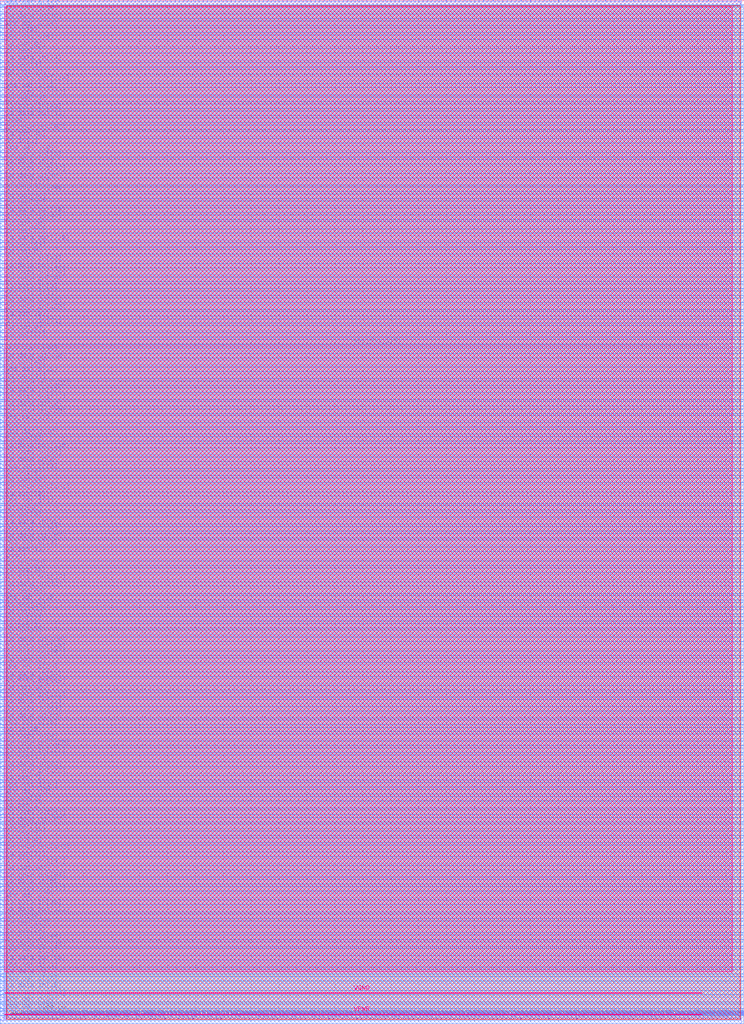
<source format=lef>
VERSION 5.7 ;
  NOWIREEXTENSIONATPIN ON ;
  DIVIDERCHAR "/" ;
  BUSBITCHARS "[]" ;
MACRO ghazi_top_dffram_csv
  CLASS BLOCK ;
  FOREIGN ghazi_top_dffram_csv ;
  ORIGIN 0.000 0.000 ;
  SIZE 2667.000 BY 3667.000 ;
  PIN io_in[0]
    DIRECTION INPUT ;
    PORT
      LAYER met3 ;
        RECT 17.000 3542.160 21.000 3542.760 ;
    END
  END io_in[0]
  PIN io_in[10]
    DIRECTION INPUT ;
    PORT
      LAYER met3 ;
        RECT 2663.000 1691.200 2667.000 1691.800 ;
    END
  END io_in[10]
  PIN io_in[11]
    DIRECTION INPUT ;
    PORT
      LAYER met2 ;
        RECT 2001.530 3663.000 2001.810 3667.000 ;
    END
  END io_in[11]
  PIN io_in[12]
    DIRECTION INPUT ;
    PORT
      LAYER met2 ;
        RECT 2250.850 17.000 2251.130 21.000 ;
    END
  END io_in[12]
  PIN io_in[13]
    DIRECTION INPUT ;
    PORT
      LAYER met3 ;
        RECT 17.000 1831.280 21.000 1831.880 ;
    END
  END io_in[13]
  PIN io_in[14]
    DIRECTION INPUT ;
    PORT
      LAYER met3 ;
        RECT 17.000 639.920 21.000 640.520 ;
    END
  END io_in[14]
  PIN io_in[15]
    DIRECTION INPUT ;
    PORT
      LAYER met2 ;
        RECT 105.410 3663.000 105.690 3667.000 ;
    END
  END io_in[15]
  PIN io_in[16]
    DIRECTION INPUT ;
    PORT
      LAYER met2 ;
        RECT 623.370 17.000 623.650 21.000 ;
    END
  END io_in[16]
  PIN io_in[17]
    DIRECTION INPUT ;
    PORT
      LAYER met2 ;
        RECT 1465.170 3663.000 1465.450 3667.000 ;
    END
  END io_in[17]
  PIN io_in[18]
    DIRECTION INPUT ;
    PORT
      LAYER met3 ;
        RECT 2663.000 53.760 2667.000 54.360 ;
    END
  END io_in[18]
  PIN io_in[19]
    DIRECTION INPUT ;
    PORT
      LAYER met2 ;
        RECT 995.050 3663.000 995.330 3667.000 ;
    END
  END io_in[19]
  PIN io_in[1]
    DIRECTION INPUT ;
    PORT
      LAYER met3 ;
        RECT 2663.000 1194.800 2667.000 1195.400 ;
    END
  END io_in[1]
  PIN io_in[20]
    DIRECTION INPUT ;
    PORT
      LAYER met2 ;
        RECT 220.410 17.000 220.690 21.000 ;
    END
  END io_in[20]
  PIN io_in[21]
    DIRECTION INPUT ;
    PORT
      LAYER met3 ;
        RECT 17.000 1385.200 21.000 1385.800 ;
    END
  END io_in[21]
  PIN io_in[22]
    DIRECTION INPUT ;
    PORT
      LAYER met2 ;
        RECT 572.770 17.000 573.050 21.000 ;
    END
  END io_in[22]
  PIN io_in[23]
    DIRECTION INPUT ;
    PORT
      LAYER met2 ;
        RECT 1950.930 3663.000 1951.210 3667.000 ;
    END
  END io_in[23]
  PIN io_in[24]
    DIRECTION INPUT ;
    PORT
      LAYER met3 ;
        RECT 2663.000 400.560 2667.000 401.160 ;
    END
  END io_in[24]
  PIN io_in[25]
    DIRECTION INPUT ;
    PORT
      LAYER met3 ;
        RECT 17.000 1037.040 21.000 1037.640 ;
    END
  END io_in[25]
  PIN io_in[26]
    DIRECTION INPUT ;
    PORT
      LAYER met2 ;
        RECT 338.170 17.000 338.450 21.000 ;
    END
  END io_in[26]
  PIN io_in[27]
    DIRECTION INPUT ;
    PORT
      LAYER met3 ;
        RECT 17.000 1434.160 21.000 1434.760 ;
    END
  END io_in[27]
  PIN io_in[28]
    DIRECTION INPUT ;
    PORT
      LAYER met3 ;
        RECT 2663.000 2956.000 2667.000 2956.600 ;
    END
  END io_in[28]
  PIN io_in[29]
    DIRECTION INPUT ;
    PORT
      LAYER met2 ;
        RECT 673.970 17.000 674.250 21.000 ;
    END
  END io_in[29]
  PIN io_in[2]
    DIRECTION INPUT ;
    PORT
      LAYER met3 ;
        RECT 17.000 3145.040 21.000 3145.640 ;
    END
  END io_in[2]
  PIN io_in[30]
    DIRECTION INPUT ;
    PORT
      LAYER met2 ;
        RECT 2636.330 17.000 2636.610 21.000 ;
    END
  END io_in[30]
  PIN io_in[31]
    DIRECTION INPUT ;
    PORT
      LAYER met2 ;
        RECT 978.490 3663.000 978.770 3667.000 ;
    END
  END io_in[31]
  PIN io_in[32]
    DIRECTION INPUT ;
    PORT
      LAYER met3 ;
        RECT 17.000 367.920 21.000 368.520 ;
    END
  END io_in[32]
  PIN io_in[33]
    DIRECTION INPUT ;
    PORT
      LAYER met2 ;
        RECT 1112.810 3663.000 1113.090 3667.000 ;
    END
  END io_in[33]
  PIN io_in[34]
    DIRECTION INPUT ;
    PORT
      LAYER met2 ;
        RECT 911.330 3663.000 911.610 3667.000 ;
    END
  END io_in[34]
  PIN io_in[35]
    DIRECTION INPUT ;
    PORT
      LAYER met2 ;
        RECT 1395.250 17.000 1395.530 21.000 ;
    END
  END io_in[35]
  PIN io_in[36]
    DIRECTION INPUT ;
    PORT
      LAYER met3 ;
        RECT 2663.000 3029.440 2667.000 3030.040 ;
    END
  END io_in[36]
  PIN io_in[3]
    DIRECTION INPUT ;
    PORT
      LAYER met2 ;
        RECT 2555.370 3663.000 2555.650 3667.000 ;
    END
  END io_in[3]
  PIN io_in[4]
    DIRECTION INPUT ;
    PORT
      LAYER met3 ;
        RECT 2663.000 2261.040 2667.000 2261.640 ;
    END
  END io_in[4]
  PIN io_in[5]
    DIRECTION INPUT ;
    PORT
      LAYER met2 ;
        RECT 1126.610 17.000 1126.890 21.000 ;
    END
  END io_in[5]
  PIN io_in[6]
    DIRECTION INPUT ;
    PORT
      LAYER met2 ;
        RECT 455.930 17.000 456.210 21.000 ;
    END
  END io_in[6]
  PIN io_in[7]
    DIRECTION INPUT ;
    PORT
      LAYER met3 ;
        RECT 2663.000 3600.640 2667.000 3601.240 ;
    END
  END io_in[7]
  PIN io_in[8]
    DIRECTION INPUT ;
    PORT
      LAYER met2 ;
        RECT 1414.570 3663.000 1414.850 3667.000 ;
    END
  END io_in[8]
  PIN io_in[9]
    DIRECTION INPUT ;
    PORT
      LAYER met2 ;
        RECT 38.250 3663.000 38.530 3667.000 ;
    END
  END io_in[9]
  PIN io_oeb[0]
    DIRECTION OUTPUT TRISTATE ;
    PORT
      LAYER met2 ;
        RECT 408.090 3663.000 408.370 3667.000 ;
    END
  END io_oeb[0]
  PIN io_oeb[10]
    DIRECTION OUTPUT TRISTATE ;
    PORT
      LAYER met3 ;
        RECT 2663.000 2236.560 2667.000 2237.160 ;
    END
  END io_oeb[10]
  PIN io_oeb[11]
    DIRECTION OUTPUT TRISTATE ;
    PORT
      LAYER met3 ;
        RECT 2663.000 3302.800 2667.000 3303.400 ;
    END
  END io_oeb[11]
  PIN io_oeb[12]
    DIRECTION OUTPUT TRISTATE ;
    PORT
      LAYER met3 ;
        RECT 2663.000 1889.760 2667.000 1890.360 ;
    END
  END io_oeb[12]
  PIN io_oeb[13]
    DIRECTION OUTPUT TRISTATE ;
    PORT
      LAYER met3 ;
        RECT 17.000 937.760 21.000 938.360 ;
    END
  END io_oeb[13]
  PIN io_oeb[14]
    DIRECTION OUTPUT TRISTATE ;
    PORT
      LAYER met2 ;
        RECT 441.210 3663.000 441.490 3667.000 ;
    END
  END io_oeb[14]
  PIN io_oeb[15]
    DIRECTION OUTPUT TRISTATE ;
    PORT
      LAYER met2 ;
        RECT 556.210 17.000 556.490 21.000 ;
    END
  END io_oeb[15]
  PIN io_oeb[16]
    DIRECTION OUTPUT TRISTATE ;
    PORT
      LAYER met3 ;
        RECT 2663.000 773.200 2667.000 773.800 ;
    END
  END io_oeb[16]
  PIN io_oeb[17]
    DIRECTION OUTPUT TRISTATE ;
    PORT
      LAYER met3 ;
        RECT 17.000 765.040 21.000 765.640 ;
    END
  END io_oeb[17]
  PIN io_oeb[18]
    DIRECTION OUTPUT TRISTATE ;
    PORT
      LAYER met3 ;
        RECT 2663.000 1839.440 2667.000 1840.040 ;
    END
  END io_oeb[18]
  PIN io_oeb[19]
    DIRECTION OUTPUT TRISTATE ;
    PORT
      LAYER met2 ;
        RECT 2183.690 17.000 2183.970 21.000 ;
    END
  END io_oeb[19]
  PIN io_oeb[1]
    DIRECTION OUTPUT TRISTATE ;
    PORT
      LAYER met2 ;
        RECT 421.890 17.000 422.170 21.000 ;
    END
  END io_oeb[1]
  PIN io_oeb[20]
    DIRECTION OUTPUT TRISTATE ;
    PORT
      LAYER met2 ;
        RECT 558.970 3663.000 559.250 3667.000 ;
    END
  END io_oeb[20]
  PIN io_oeb[21]
    DIRECTION OUTPUT TRISTATE ;
    PORT
      LAYER met3 ;
        RECT 2663.000 3253.840 2667.000 3254.440 ;
    END
  END io_oeb[21]
  PIN io_oeb[22]
    DIRECTION OUTPUT TRISTATE ;
    PORT
      LAYER met2 ;
        RECT 1834.090 3663.000 1834.370 3667.000 ;
    END
  END io_oeb[22]
  PIN io_oeb[23]
    DIRECTION OUTPUT TRISTATE ;
    PORT
      LAYER met3 ;
        RECT 2663.000 1814.960 2667.000 1815.560 ;
    END
  END io_oeb[23]
  PIN io_oeb[24]
    DIRECTION OUTPUT TRISTATE ;
    PORT
      LAYER met3 ;
        RECT 17.000 317.600 21.000 318.200 ;
    END
  END io_oeb[24]
  PIN io_oeb[25]
    DIRECTION OUTPUT TRISTATE ;
    PORT
      LAYER met3 ;
        RECT 17.000 1483.120 21.000 1483.720 ;
    END
  END io_oeb[25]
  PIN io_oeb[26]
    DIRECTION OUTPUT TRISTATE ;
    PORT
      LAYER met2 ;
        RECT 2267.410 17.000 2267.690 21.000 ;
    END
  END io_oeb[26]
  PIN io_oeb[27]
    DIRECTION OUTPUT TRISTATE ;
    PORT
      LAYER met2 ;
        RECT 1814.770 17.000 1815.050 21.000 ;
    END
  END io_oeb[27]
  PIN io_oeb[28]
    DIRECTION OUTPUT TRISTATE ;
    PORT
      LAYER met3 ;
        RECT 2663.000 3649.600 2667.000 3650.200 ;
    END
  END io_oeb[28]
  PIN io_oeb[29]
    DIRECTION OUTPUT TRISTATE ;
    PORT
      LAYER met2 ;
        RECT 2370.450 3663.000 2370.730 3667.000 ;
    END
  END io_oeb[29]
  PIN io_oeb[2]
    DIRECTION OUTPUT TRISTATE ;
    PORT
      LAYER met3 ;
        RECT 2663.000 104.080 2667.000 104.680 ;
    END
  END io_oeb[2]
  PIN io_oeb[30]
    DIRECTION OUTPUT TRISTATE ;
    PORT
      LAYER met2 ;
        RECT 1347.410 3663.000 1347.690 3667.000 ;
    END
  END io_oeb[30]
  PIN io_oeb[31]
    DIRECTION OUTPUT TRISTATE ;
    PORT
      LAYER met3 ;
        RECT 17.000 1409.680 21.000 1410.280 ;
    END
  END io_oeb[31]
  PIN io_oeb[32]
    DIRECTION OUTPUT TRISTATE ;
    PORT
      LAYER met2 ;
        RECT 1646.410 17.000 1646.690 21.000 ;
    END
  END io_oeb[32]
  PIN io_oeb[33]
    DIRECTION OUTPUT TRISTATE ;
    PORT
      LAYER met2 ;
        RECT 21.690 3663.000 21.970 3667.000 ;
    END
  END io_oeb[33]
  PIN io_oeb[34]
    DIRECTION OUTPUT TRISTATE ;
    PORT
      LAYER met3 ;
        RECT 17.000 3294.640 21.000 3295.240 ;
    END
  END io_oeb[34]
  PIN io_oeb[35]
    DIRECTION OUTPUT TRISTATE ;
    PORT
      LAYER met2 ;
        RECT 472.490 17.000 472.770 21.000 ;
    END
  END io_oeb[35]
  PIN io_oeb[36]
    DIRECTION OUTPUT TRISTATE ;
    PORT
      LAYER met3 ;
        RECT 17.000 1608.240 21.000 1608.840 ;
    END
  END io_oeb[36]
  PIN io_oeb[3]
    DIRECTION OUTPUT TRISTATE ;
    PORT
      LAYER met3 ;
        RECT 17.000 3467.360 21.000 3467.960 ;
    END
  END io_oeb[3]
  PIN io_oeb[4]
    DIRECTION OUTPUT TRISTATE ;
    PORT
      LAYER met3 ;
        RECT 2663.000 2360.320 2667.000 2360.920 ;
    END
  END io_oeb[4]
  PIN io_oeb[5]
    DIRECTION OUTPUT TRISTATE ;
    PORT
      LAYER met3 ;
        RECT 17.000 789.520 21.000 790.120 ;
    END
  END io_oeb[5]
  PIN io_oeb[6]
    DIRECTION OUTPUT TRISTATE ;
    PORT
      LAYER met2 ;
        RECT 2504.770 3663.000 2505.050 3667.000 ;
    END
  END io_oeb[6]
  PIN io_oeb[7]
    DIRECTION OUTPUT TRISTATE ;
    PORT
      LAYER met2 ;
        RECT 659.250 3663.000 659.530 3667.000 ;
    END
  END io_oeb[7]
  PIN io_oeb[8]
    DIRECTION OUTPUT TRISTATE ;
    PORT
      LAYER met2 ;
        RECT 2639.090 3663.000 2639.370 3667.000 ;
    END
  END io_oeb[8]
  PIN io_oeb[9]
    DIRECTION OUTPUT TRISTATE ;
    PORT
      LAYER met2 ;
        RECT 1445.850 17.000 1446.130 21.000 ;
    END
  END io_oeb[9]
  PIN io_out[0]
    DIRECTION OUTPUT TRISTATE ;
    PORT
      LAYER met2 ;
        RECT 2102.730 3663.000 2103.010 3667.000 ;
    END
  END io_out[0]
  PIN io_out[10]
    DIRECTION OUTPUT TRISTATE ;
    PORT
      LAYER met2 ;
        RECT 606.810 17.000 607.090 21.000 ;
    END
  END io_out[10]
  PIN io_out[11]
    DIRECTION OUTPUT TRISTATE ;
    PORT
      LAYER met2 ;
        RECT 491.810 3663.000 492.090 3667.000 ;
    END
  END io_out[11]
  PIN io_out[12]
    DIRECTION OUTPUT TRISTATE ;
    PORT
      LAYER met2 ;
        RECT 357.490 3663.000 357.770 3667.000 ;
    END
  END io_out[12]
  PIN io_out[13]
    DIRECTION OUTPUT TRISTATE ;
    PORT
      LAYER met2 ;
        RECT 757.690 17.000 757.970 21.000 ;
    END
  END io_out[13]
  PIN io_out[14]
    DIRECTION OUTPUT TRISTATE ;
    PORT
      LAYER met2 ;
        RECT 2099.970 17.000 2100.250 21.000 ;
    END
  END io_out[14]
  PIN io_out[15]
    DIRECTION OUTPUT TRISTATE ;
    PORT
      LAYER met2 ;
        RECT 2200.250 17.000 2200.530 21.000 ;
    END
  END io_out[15]
  PIN io_out[16]
    DIRECTION OUTPUT TRISTATE ;
    PORT
      LAYER met3 ;
        RECT 2663.000 2161.760 2667.000 2162.360 ;
    END
  END io_out[16]
  PIN io_out[17]
    DIRECTION OUTPUT TRISTATE ;
    PORT
      LAYER met3 ;
        RECT 2663.000 3377.600 2667.000 3378.200 ;
    END
  END io_out[17]
  PIN io_out[18]
    DIRECTION OUTPUT TRISTATE ;
    PORT
      LAYER met3 ;
        RECT 17.000 2847.200 21.000 2847.800 ;
    END
  END io_out[18]
  PIN io_out[19]
    DIRECTION OUTPUT TRISTATE ;
    PORT
      LAYER met2 ;
        RECT 52.970 17.000 53.250 21.000 ;
    END
  END io_out[19]
  PIN io_out[1]
    DIRECTION OUTPUT TRISTATE ;
    PORT
      LAYER met2 ;
        RECT 305.050 17.000 305.330 21.000 ;
    END
  END io_out[1]
  PIN io_out[20]
    DIRECTION OUTPUT TRISTATE ;
    PORT
      LAYER met2 ;
        RECT 1532.330 3663.000 1532.610 3667.000 ;
    END
  END io_out[20]
  PIN io_out[21]
    DIRECTION OUTPUT TRISTATE ;
    PORT
      LAYER met3 ;
        RECT 17.000 690.240 21.000 690.840 ;
    END
  END io_out[21]
  PIN io_out[22]
    DIRECTION OUTPUT TRISTATE ;
    PORT
      LAYER met2 ;
        RECT 1697.010 17.000 1697.290 21.000 ;
    END
  END io_out[22]
  PIN io_out[23]
    DIRECTION OUTPUT TRISTATE ;
    PORT
      LAYER met2 ;
        RECT 354.730 17.000 355.010 21.000 ;
    END
  END io_out[23]
  PIN io_out[24]
    DIRECTION OUTPUT TRISTATE ;
    PORT
      LAYER met2 ;
        RECT 723.650 17.000 723.930 21.000 ;
    END
  END io_out[24]
  PIN io_out[25]
    DIRECTION OUTPUT TRISTATE ;
    PORT
      LAYER met2 ;
        RECT 2452.330 17.000 2452.610 21.000 ;
    END
  END io_out[25]
  PIN io_out[26]
    DIRECTION OUTPUT TRISTATE ;
    PORT
      LAYER met3 ;
        RECT 2663.000 2435.120 2667.000 2435.720 ;
    END
  END io_out[26]
  PIN io_out[27]
    DIRECTION OUTPUT TRISTATE ;
    PORT
      LAYER met3 ;
        RECT 17.000 2451.440 21.000 2452.040 ;
    END
  END io_out[27]
  PIN io_out[28]
    DIRECTION OUTPUT TRISTATE ;
    PORT
      LAYER met2 ;
        RECT 590.250 17.000 590.530 21.000 ;
    END
  END io_out[28]
  PIN io_out[29]
    DIRECTION OUTPUT TRISTATE ;
    PORT
      LAYER met2 ;
        RECT 508.370 3663.000 508.650 3667.000 ;
    END
  END io_out[29]
  PIN io_out[2]
    DIRECTION OUTPUT TRISTATE ;
    PORT
      LAYER met2 ;
        RECT 656.490 17.000 656.770 21.000 ;
    END
  END io_out[2]
  PIN io_out[30]
    DIRECTION OUTPUT TRISTATE ;
    PORT
      LAYER met3 ;
        RECT 17.000 1632.720 21.000 1633.320 ;
    END
  END io_out[30]
  PIN io_out[31]
    DIRECTION OUTPUT TRISTATE ;
    PORT
      LAYER met3 ;
        RECT 2663.000 3501.360 2667.000 3501.960 ;
    END
  END io_out[31]
  PIN io_out[32]
    DIRECTION OUTPUT TRISTATE ;
    PORT
      LAYER met2 ;
        RECT 1078.770 3663.000 1079.050 3667.000 ;
    END
  END io_out[32]
  PIN io_out[33]
    DIRECTION OUTPUT TRISTATE ;
    PORT
      LAYER met3 ;
        RECT 2663.000 1020.720 2667.000 1021.320 ;
    END
  END io_out[33]
  PIN io_out[34]
    DIRECTION OUTPUT TRISTATE ;
    PORT
      LAYER met2 ;
        RECT 1598.570 3663.000 1598.850 3667.000 ;
    END
  END io_out[34]
  PIN io_out[35]
    DIRECTION OUTPUT TRISTATE ;
    PORT
      LAYER met2 ;
        RECT 961.010 3663.000 961.290 3667.000 ;
    END
  END io_out[35]
  PIN io_out[36]
    DIRECTION OUTPUT TRISTATE ;
    PORT
      LAYER met2 ;
        RECT 273.770 3663.000 274.050 3667.000 ;
    END
  END io_out[36]
  PIN io_out[3]
    DIRECTION OUTPUT TRISTATE ;
    PORT
      LAYER met3 ;
        RECT 2663.000 1170.320 2667.000 1170.920 ;
    END
  END io_out[3]
  PIN io_out[4]
    DIRECTION OUTPUT TRISTATE ;
    PORT
      LAYER met3 ;
        RECT 17.000 1955.040 21.000 1955.640 ;
    END
  END io_out[4]
  PIN io_out[5]
    DIRECTION OUTPUT TRISTATE ;
    PORT
      LAYER met3 ;
        RECT 2663.000 3451.040 2667.000 3451.640 ;
    END
  END io_out[5]
  PIN io_out[6]
    DIRECTION OUTPUT TRISTATE ;
    PORT
      LAYER met2 ;
        RECT 1649.170 3663.000 1649.450 3667.000 ;
    END
  END io_out[6]
  PIN io_out[7]
    DIRECTION OUTPUT TRISTATE ;
    PORT
      LAYER met3 ;
        RECT 2663.000 1567.440 2667.000 1568.040 ;
    END
  END io_out[7]
  PIN io_out[8]
    DIRECTION OUTPUT TRISTATE ;
    PORT
      LAYER met3 ;
        RECT 17.000 1806.800 21.000 1807.400 ;
    END
  END io_out[8]
  PIN io_out[9]
    DIRECTION OUTPUT TRISTATE ;
    PORT
      LAYER met2 ;
        RECT 2169.890 3663.000 2170.170 3667.000 ;
    END
  END io_out[9]
  PIN la_data_in[0]
    DIRECTION INPUT ;
    PORT
      LAYER met2 ;
        RECT 774.250 17.000 774.530 21.000 ;
    END
  END la_data_in[0]
  PIN la_data_in[100]
    DIRECTION INPUT ;
    PORT
      LAYER met2 ;
        RECT 1680.450 17.000 1680.730 21.000 ;
    END
  END la_data_in[100]
  PIN la_data_in[101]
    DIRECTION INPUT ;
    PORT
      LAYER met2 ;
        RECT 122.890 3663.000 123.170 3667.000 ;
    END
  END la_data_in[101]
  PIN la_data_in[102]
    DIRECTION INPUT ;
    PORT
      LAYER met2 ;
        RECT 1462.410 17.000 1462.690 21.000 ;
    END
  END la_data_in[102]
  PIN la_data_in[103]
    DIRECTION INPUT ;
    PORT
      LAYER met3 ;
        RECT 2663.000 947.280 2667.000 947.880 ;
    END
  END la_data_in[103]
  PIN la_data_in[104]
    DIRECTION INPUT ;
    PORT
      LAYER met3 ;
        RECT 2663.000 475.360 2667.000 475.960 ;
    END
  END la_data_in[104]
  PIN la_data_in[105]
    DIRECTION INPUT ;
    PORT
      LAYER met2 ;
        RECT 675.810 3663.000 676.090 3667.000 ;
    END
  END la_data_in[105]
  PIN la_data_in[106]
    DIRECTION INPUT ;
    PORT
      LAYER met2 ;
        RECT 2320.770 3663.000 2321.050 3667.000 ;
    END
  END la_data_in[106]
  PIN la_data_in[107]
    DIRECTION INPUT ;
    PORT
      LAYER met2 ;
        RECT 1699.770 3663.000 1700.050 3667.000 ;
    END
  END la_data_in[107]
  PIN la_data_in[108]
    DIRECTION INPUT ;
    PORT
      LAYER met2 ;
        RECT 2351.130 17.000 2351.410 21.000 ;
    END
  END la_data_in[108]
  PIN la_data_in[109]
    DIRECTION INPUT ;
    PORT
      LAYER met3 ;
        RECT 17.000 1359.360 21.000 1359.960 ;
    END
  END la_data_in[109]
  PIN la_data_in[10]
    DIRECTION INPUT ;
    PORT
      LAYER met3 ;
        RECT 2663.000 1368.880 2667.000 1369.480 ;
    END
  END la_data_in[10]
  PIN la_data_in[110]
    DIRECTION INPUT ;
    PORT
      LAYER met2 ;
        RECT 2488.210 3663.000 2488.490 3667.000 ;
    END
  END la_data_in[110]
  PIN la_data_in[111]
    DIRECTION INPUT ;
    PORT
      LAYER met3 ;
        RECT 17.000 1160.800 21.000 1161.400 ;
    END
  END la_data_in[111]
  PIN la_data_in[112]
    DIRECTION INPUT ;
    PORT
      LAYER met3 ;
        RECT 17.000 2376.640 21.000 2377.240 ;
    END
  END la_data_in[112]
  PIN la_data_in[113]
    DIRECTION INPUT ;
    PORT
      LAYER met2 ;
        RECT 69.530 17.000 69.810 21.000 ;
    END
  END la_data_in[113]
  PIN la_data_in[114]
    DIRECTION INPUT ;
    PORT
      LAYER met3 ;
        RECT 17.000 1136.320 21.000 1136.920 ;
    END
  END la_data_in[114]
  PIN la_data_in[115]
    DIRECTION INPUT ;
    PORT
      LAYER met2 ;
        RECT 2502.010 17.000 2502.290 21.000 ;
    END
  END la_data_in[115]
  PIN la_data_in[116]
    DIRECTION INPUT ;
    PORT
      LAYER met3 ;
        RECT 2663.000 29.280 2667.000 29.880 ;
    END
  END la_data_in[116]
  PIN la_data_in[117]
    DIRECTION INPUT ;
    PORT
      LAYER met2 ;
        RECT 709.850 3663.000 710.130 3667.000 ;
    END
  END la_data_in[117]
  PIN la_data_in[118]
    DIRECTION INPUT ;
    PORT
      LAYER met3 ;
        RECT 17.000 1211.120 21.000 1211.720 ;
    END
  END la_data_in[118]
  PIN la_data_in[119]
    DIRECTION INPUT ;
    PORT
      LAYER met2 ;
        RECT 489.050 17.000 489.330 21.000 ;
    END
  END la_data_in[119]
  PIN la_data_in[11]
    DIRECTION INPUT ;
    PORT
      LAYER met2 ;
        RECT 1917.810 3663.000 1918.090 3667.000 ;
    END
  END la_data_in[11]
  PIN la_data_in[120]
    DIRECTION INPUT ;
    PORT
      LAYER met2 ;
        RECT 1931.610 17.000 1931.890 21.000 ;
    END
  END la_data_in[120]
  PIN la_data_in[121]
    DIRECTION INPUT ;
    PORT
      LAYER met2 ;
        RECT 203.850 17.000 204.130 21.000 ;
    END
  END la_data_in[121]
  PIN la_data_in[122]
    DIRECTION INPUT ;
    PORT
      LAYER met3 ;
        RECT 17.000 3319.120 21.000 3319.720 ;
    END
  END la_data_in[122]
  PIN la_data_in[123]
    DIRECTION INPUT ;
    PORT
      LAYER met3 ;
        RECT 17.000 888.800 21.000 889.400 ;
    END
  END la_data_in[123]
  PIN la_data_in[124]
    DIRECTION INPUT ;
    PORT
      LAYER met3 ;
        RECT 17.000 2674.480 21.000 2675.080 ;
    END
  END la_data_in[124]
  PIN la_data_in[125]
    DIRECTION INPUT ;
    PORT
      LAYER met3 ;
        RECT 17.000 2550.720 21.000 2551.320 ;
    END
  END la_data_in[125]
  PIN la_data_in[126]
    DIRECTION INPUT ;
    PORT
      LAYER met3 ;
        RECT 2663.000 1764.640 2667.000 1765.240 ;
    END
  END la_data_in[126]
  PIN la_data_in[127]
    DIRECTION INPUT ;
    PORT
      LAYER met3 ;
        RECT 17.000 962.240 21.000 962.840 ;
    END
  END la_data_in[127]
  PIN la_data_in[12]
    DIRECTION INPUT ;
    PORT
      LAYER met3 ;
        RECT 2663.000 351.600 2667.000 352.200 ;
    END
  END la_data_in[12]
  PIN la_data_in[13]
    DIRECTION INPUT ;
    PORT
      LAYER met3 ;
        RECT 2663.000 2931.520 2667.000 2932.120 ;
    END
  END la_data_in[13]
  PIN la_data_in[14]
    DIRECTION INPUT ;
    PORT
      LAYER met3 ;
        RECT 17.000 3442.880 21.000 3443.480 ;
    END
  END la_data_in[14]
  PIN la_data_in[15]
    DIRECTION INPUT ;
    PORT
      LAYER met2 ;
        RECT 2655.650 3663.000 2655.930 3667.000 ;
    END
  END la_data_in[15]
  PIN la_data_in[16]
    DIRECTION INPUT ;
    PORT
      LAYER met2 ;
        RECT 790.810 17.000 791.090 21.000 ;
    END
  END la_data_in[16]
  PIN la_data_in[17]
    DIRECTION INPUT ;
    PORT
      LAYER met2 ;
        RECT 741.130 17.000 741.410 21.000 ;
    END
  END la_data_in[17]
  PIN la_data_in[18]
    DIRECTION INPUT ;
    PORT
      LAYER met2 ;
        RECT 894.770 3663.000 895.050 3667.000 ;
    END
  END la_data_in[18]
  PIN la_data_in[19]
    DIRECTION INPUT ;
    PORT
      LAYER met3 ;
        RECT 17.000 119.040 21.000 119.640 ;
    END
  END la_data_in[19]
  PIN la_data_in[1]
    DIRECTION INPUT ;
    PORT
      LAYER met2 ;
        RECT 237.890 17.000 238.170 21.000 ;
    END
  END la_data_in[1]
  PIN la_data_in[20]
    DIRECTION INPUT ;
    PORT
      LAYER met2 ;
        RECT 457.770 3663.000 458.050 3667.000 ;
    END
  END la_data_in[20]
  PIN la_data_in[21]
    DIRECTION INPUT ;
    PORT
      LAYER met3 ;
        RECT 2663.000 128.560 2667.000 129.160 ;
    END
  END la_data_in[21]
  PIN la_data_in[22]
    DIRECTION INPUT ;
    PORT
      LAYER met2 ;
        RECT 2152.410 3663.000 2152.690 3667.000 ;
    END
  END la_data_in[22]
  PIN la_data_in[23]
    DIRECTION INPUT ;
    PORT
      LAYER met3 ;
        RECT 2663.000 1145.840 2667.000 1146.440 ;
    END
  END la_data_in[23]
  PIN la_data_in[24]
    DIRECTION INPUT ;
    PORT
      LAYER met2 ;
        RECT 1965.650 17.000 1965.930 21.000 ;
    END
  END la_data_in[24]
  PIN la_data_in[25]
    DIRECTION INPUT ;
    PORT
      LAYER met2 ;
        RECT 271.010 17.000 271.290 21.000 ;
    END
  END la_data_in[25]
  PIN la_data_in[26]
    DIRECTION INPUT ;
    PORT
      LAYER met3 ;
        RECT 2663.000 3402.080 2667.000 3402.680 ;
    END
  END la_data_in[26]
  PIN la_data_in[27]
    DIRECTION INPUT ;
    PORT
      LAYER met3 ;
        RECT 2663.000 2086.960 2667.000 2087.560 ;
    END
  END la_data_in[27]
  PIN la_data_in[28]
    DIRECTION INPUT ;
    PORT
      LAYER met3 ;
        RECT 2663.000 2583.360 2667.000 2583.960 ;
    END
  END la_data_in[28]
  PIN la_data_in[29]
    DIRECTION INPUT ;
    PORT
      LAYER met2 ;
        RECT 742.970 3663.000 743.250 3667.000 ;
    END
  END la_data_in[29]
  PIN la_data_in[2]
    DIRECTION INPUT ;
    PORT
      LAYER met3 ;
        RECT 17.000 2004.000 21.000 2004.600 ;
    END
  END la_data_in[2]
  PIN la_data_in[30]
    DIRECTION INPUT ;
    PORT
      LAYER met3 ;
        RECT 2663.000 1120.000 2667.000 1120.600 ;
    END
  END la_data_in[30]
  PIN la_data_in[31]
    DIRECTION INPUT ;
    PORT
      LAYER met2 ;
        RECT 626.130 3663.000 626.410 3667.000 ;
    END
  END la_data_in[31]
  PIN la_data_in[32]
    DIRECTION INPUT ;
    PORT
      LAYER met3 ;
        RECT 17.000 2252.880 21.000 2253.480 ;
    END
  END la_data_in[32]
  PIN la_data_in[33]
    DIRECTION INPUT ;
    PORT
      LAYER met2 ;
        RECT 925.130 17.000 925.410 21.000 ;
    END
  END la_data_in[33]
  PIN la_data_in[34]
    DIRECTION INPUT ;
    PORT
      LAYER met3 ;
        RECT 2663.000 3476.880 2667.000 3477.480 ;
    END
  END la_data_in[34]
  PIN la_data_in[35]
    DIRECTION INPUT ;
    PORT
      LAYER met3 ;
        RECT 2663.000 1790.480 2667.000 1791.080 ;
    END
  END la_data_in[35]
  PIN la_data_in[36]
    DIRECTION INPUT ;
    PORT
      LAYER met3 ;
        RECT 17.000 416.880 21.000 417.480 ;
    END
  END la_data_in[36]
  PIN la_data_in[37]
    DIRECTION INPUT ;
    PORT
      LAYER met3 ;
        RECT 2663.000 2881.200 2667.000 2881.800 ;
    END
  END la_data_in[37]
  PIN la_data_in[38]
    DIRECTION INPUT ;
    PORT
      LAYER met2 ;
        RECT 1783.490 3663.000 1783.770 3667.000 ;
    END
  END la_data_in[38]
  PIN la_data_in[39]
    DIRECTION INPUT ;
    PORT
      LAYER met3 ;
        RECT 17.000 2650.000 21.000 2650.600 ;
    END
  END la_data_in[39]
  PIN la_data_in[3]
    DIRECTION INPUT ;
    PORT
      LAYER met3 ;
        RECT 17.000 3071.600 21.000 3072.200 ;
    END
  END la_data_in[3]
  PIN la_data_in[40]
    DIRECTION INPUT ;
    PORT
      LAYER met3 ;
        RECT 2663.000 3104.240 2667.000 3104.840 ;
    END
  END la_data_in[40]
  PIN la_data_in[41]
    DIRECTION INPUT ;
    PORT
      LAYER met3 ;
        RECT 2663.000 2732.960 2667.000 2733.560 ;
    END
  END la_data_in[41]
  PIN la_data_in[42]
    DIRECTION INPUT ;
    PORT
      LAYER met2 ;
        RECT 254.450 17.000 254.730 21.000 ;
    END
  END la_data_in[42]
  PIN la_data_in[43]
    DIRECTION INPUT ;
    PORT
      LAYER met3 ;
        RECT 17.000 2723.440 21.000 2724.040 ;
    END
  END la_data_in[43]
  PIN la_data_in[44]
    DIRECTION INPUT ;
    PORT
      LAYER met2 ;
        RECT 1548.890 3663.000 1549.170 3667.000 ;
    END
  END la_data_in[44]
  PIN la_data_in[45]
    DIRECTION INPUT ;
    PORT
      LAYER met3 ;
        RECT 17.000 293.120 21.000 293.720 ;
    END
  END la_data_in[45]
  PIN la_data_in[46]
    DIRECTION INPUT ;
    PORT
      LAYER met3 ;
        RECT 17.000 3021.280 21.000 3021.880 ;
    END
  END la_data_in[46]
  PIN la_data_in[47]
    DIRECTION INPUT ;
    PORT
      LAYER met3 ;
        RECT 2663.000 1046.560 2667.000 1047.160 ;
    END
  END la_data_in[47]
  PIN la_data_in[48]
    DIRECTION INPUT ;
    PORT
      LAYER met2 ;
        RECT 1582.010 3663.000 1582.290 3667.000 ;
    END
  END la_data_in[48]
  PIN la_data_in[49]
    DIRECTION INPUT ;
    PORT
      LAYER met3 ;
        RECT 17.000 3268.800 21.000 3269.400 ;
    END
  END la_data_in[49]
  PIN la_data_in[4]
    DIRECTION INPUT ;
    PORT
      LAYER met2 ;
        RECT 942.610 17.000 942.890 21.000 ;
    END
  END la_data_in[4]
  PIN la_data_in[50]
    DIRECTION INPUT ;
    PORT
      LAYER met2 ;
        RECT 2385.170 17.000 2385.450 21.000 ;
    END
  END la_data_in[50]
  PIN la_data_in[51]
    DIRECTION INPUT ;
    PORT
      LAYER met2 ;
        RECT 1817.530 3663.000 1817.810 3667.000 ;
    END
  END la_data_in[51]
  PIN la_data_in[52]
    DIRECTION INPUT ;
    PORT
      LAYER met2 ;
        RECT 13.000 13.000 21.000 2420.040 ;
    END
  END la_data_in[52]
  PIN la_data_in[53]
    DIRECTION INPUT ;
    PORT
      LAYER met3 ;
        RECT 2663.000 2806.400 2667.000 2807.000 ;
    END
  END la_data_in[53]
  PIN la_data_in[54]
    DIRECTION INPUT ;
    PORT
      LAYER met3 ;
        RECT 17.000 1235.600 21.000 1236.200 ;
    END
  END la_data_in[54]
  PIN la_data_in[55]
    DIRECTION INPUT ;
    PORT
      LAYER met2 ;
        RECT 187.290 17.000 187.570 21.000 ;
    END
  END la_data_in[55]
  PIN la_data_in[56]
    DIRECTION INPUT ;
    PORT
      LAYER met3 ;
        RECT 2663.000 2038.000 2667.000 2038.600 ;
    END
  END la_data_in[56]
  PIN la_data_in[57]
    DIRECTION INPUT ;
    PORT
      LAYER met2 ;
        RECT 1901.250 3663.000 1901.530 3667.000 ;
    END
  END la_data_in[57]
  PIN la_data_in[58]
    DIRECTION INPUT ;
    PORT
      LAYER met2 ;
        RECT 2521.330 3663.000 2521.610 3667.000 ;
    END
  END la_data_in[58]
  PIN la_data_in[59]
    DIRECTION INPUT ;
    PORT
      LAYER met3 ;
        RECT 2663.000 3327.280 2667.000 3327.880 ;
    END
  END la_data_in[59]
  PIN la_data_in[5]
    DIRECTION INPUT ;
    PORT
      LAYER met3 ;
        RECT 2663.000 3426.560 2667.000 3427.160 ;
    END
  END la_data_in[5]
  PIN la_data_in[60]
    DIRECTION INPUT ;
    PORT
      LAYER met2 ;
        RECT 2569.170 17.000 2569.450 21.000 ;
    END
  END la_data_in[60]
  PIN la_data_in[61]
    DIRECTION INPUT ;
    PORT
      LAYER met3 ;
        RECT 2663.000 276.800 2667.000 277.400 ;
    END
  END la_data_in[61]
  PIN la_data_in[62]
    DIRECTION INPUT ;
    PORT
      LAYER met2 ;
        RECT 2150.570 17.000 2150.850 21.000 ;
    END
  END la_data_in[62]
  PIN la_data_in[63]
    DIRECTION INPUT ;
    PORT
      LAYER met3 ;
        RECT 17.000 1111.840 21.000 1112.440 ;
    END
  END la_data_in[63]
  PIN la_data_in[64]
    DIRECTION INPUT ;
    PORT
      LAYER met2 ;
        RECT 1968.410 3663.000 1968.690 3667.000 ;
    END
  END la_data_in[64]
  PIN la_data_in[65]
    DIRECTION INPUT ;
    PORT
      LAYER met3 ;
        RECT 2663.000 574.640 2667.000 575.240 ;
    END
  END la_data_in[65]
  PIN la_data_in[66]
    DIRECTION INPUT ;
    PORT
      LAYER met3 ;
        RECT 17.000 2029.840 21.000 2030.440 ;
    END
  END la_data_in[66]
  PIN la_data_in[67]
    DIRECTION INPUT ;
    PORT
      LAYER met2 ;
        RECT 1884.690 3663.000 1884.970 3667.000 ;
    END
  END la_data_in[67]
  PIN la_data_in[68]
    DIRECTION INPUT ;
    PORT
      LAYER met3 ;
        RECT 17.000 491.680 21.000 492.280 ;
    END
  END la_data_in[68]
  PIN la_data_in[69]
    DIRECTION INPUT ;
    PORT
      LAYER met2 ;
        RECT 1915.050 17.000 1915.330 21.000 ;
    END
  END la_data_in[69]
  PIN la_data_in[6]
    DIRECTION INPUT ;
    PORT
      LAYER met3 ;
        RECT 2663.000 1715.680 2667.000 1716.280 ;
    END
  END la_data_in[6]
  PIN la_data_in[70]
    DIRECTION INPUT ;
    PORT
      LAYER met3 ;
        RECT 17.000 3096.080 21.000 3096.680 ;
    END
  END la_data_in[70]
  PIN la_data_in[71]
    DIRECTION INPUT ;
    PORT
      LAYER met3 ;
        RECT 17.000 2500.400 21.000 2501.000 ;
    END
  END la_data_in[71]
  PIN la_data_in[72]
    DIRECTION INPUT ;
    PORT
      LAYER met3 ;
        RECT 2663.000 3550.320 2667.000 3550.920 ;
    END
  END la_data_in[72]
  PIN la_data_in[73]
    DIRECTION INPUT ;
    PORT
      LAYER met2 ;
        RECT 1565.450 3663.000 1565.730 3667.000 ;
    END
  END la_data_in[73]
  PIN la_data_in[74]
    DIRECTION INPUT ;
    PORT
      LAYER met2 ;
        RECT 2401.730 17.000 2402.010 21.000 ;
    END
  END la_data_in[74]
  PIN la_data_in[75]
    DIRECTION INPUT ;
    PORT
      LAYER met3 ;
        RECT 17.000 1557.920 21.000 1558.520 ;
    END
  END la_data_in[75]
  PIN la_data_in[76]
    DIRECTION INPUT ;
    PORT
      LAYER met3 ;
        RECT 17.000 3592.480 21.000 3593.080 ;
    END
  END la_data_in[76]
  PIN la_data_in[77]
    DIRECTION INPUT ;
    PORT
      LAYER met2 ;
        RECT 324.370 3663.000 324.650 3667.000 ;
    END
  END la_data_in[77]
  PIN la_data_in[78]
    DIRECTION INPUT ;
    PORT
      LAYER met2 ;
        RECT 1160.650 17.000 1160.930 21.000 ;
    END
  END la_data_in[78]
  PIN la_data_in[79]
    DIRECTION INPUT ;
    PORT
      LAYER met3 ;
        RECT 2663.000 1517.120 2667.000 1517.720 ;
    END
  END la_data_in[79]
  PIN la_data_in[7]
    DIRECTION INPUT ;
    PORT
      LAYER met3 ;
        RECT 2663.000 748.720 2667.000 749.320 ;
    END
  END la_data_in[7]
  PIN la_data_in[80]
    DIRECTION INPUT ;
    PORT
      LAYER met3 ;
        RECT 17.000 1087.360 21.000 1087.960 ;
    END
  END la_data_in[80]
  PIN la_data_in[81]
    DIRECTION INPUT ;
    PORT
      LAYER met2 ;
        RECT 2653.810 17.000 2654.090 21.000 ;
    END
  END la_data_in[81]
  PIN la_data_in[82]
    DIRECTION INPUT ;
    PORT
      LAYER met3 ;
        RECT 2663.000 2335.840 2667.000 2336.440 ;
    END
  END la_data_in[82]
  PIN la_data_in[83]
    DIRECTION INPUT ;
    PORT
      LAYER met2 ;
        RECT 2368.610 17.000 2368.890 21.000 ;
    END
  END la_data_in[83]
  PIN la_data_in[84]
    DIRECTION INPUT ;
    PORT
      LAYER met3 ;
        RECT 2663.000 376.080 2667.000 376.680 ;
    END
  END la_data_in[84]
  PIN la_data_in[85]
    DIRECTION INPUT ;
    PORT
      LAYER met3 ;
        RECT 2663.000 3353.120 2667.000 3353.720 ;
    END
  END la_data_in[85]
  PIN la_data_in[86]
    DIRECTION INPUT ;
    PORT
      LAYER met2 ;
        RECT 1095.330 3663.000 1095.610 3667.000 ;
    END
  END la_data_in[86]
  PIN la_data_in[87]
    DIRECTION INPUT ;
    PORT
      LAYER met2 ;
        RECT 153.250 17.000 153.530 21.000 ;
    END
  END la_data_in[87]
  PIN la_data_in[88]
    DIRECTION INPUT ;
    PORT
      LAYER met2 ;
        RECT 1731.050 17.000 1731.330 21.000 ;
    END
  END la_data_in[88]
  PIN la_data_in[89]
    DIRECTION INPUT ;
    PORT
      LAYER met3 ;
        RECT 17.000 2873.040 21.000 2873.640 ;
    END
  END la_data_in[89]
  PIN la_data_in[8]
    DIRECTION INPUT ;
    PORT
      LAYER met3 ;
        RECT 17.000 1012.560 21.000 1013.160 ;
    END
  END la_data_in[8]
  PIN la_data_in[90]
    DIRECTION INPUT ;
    PORT
      LAYER met2 ;
        RECT 2334.570 17.000 2334.850 21.000 ;
    END
  END la_data_in[90]
  PIN la_data_in[91]
    DIRECTION INPUT ;
    PORT
      LAYER met2 ;
        RECT 475.250 3663.000 475.530 3667.000 ;
    END
  END la_data_in[91]
  PIN la_data_in[92]
    DIRECTION INPUT ;
    PORT
      LAYER met3 ;
        RECT 2663.000 227.840 2667.000 228.440 ;
    END
  END la_data_in[92]
  PIN la_data_in[93]
    DIRECTION INPUT ;
    PORT
      LAYER met2 ;
        RECT 844.170 3663.000 844.450 3667.000 ;
    END
  END la_data_in[93]
  PIN la_data_in[94]
    DIRECTION INPUT ;
    PORT
      LAYER met2 ;
        RECT 2236.130 3663.000 2236.410 3667.000 ;
    END
  END la_data_in[94]
  PIN la_data_in[95]
    DIRECTION INPUT ;
    PORT
      LAYER met3 ;
        RECT 17.000 913.280 21.000 913.880 ;
    END
  END la_data_in[95]
  PIN la_data_in[96]
    DIRECTION INPUT ;
    PORT
      LAYER met3 ;
        RECT 17.000 1780.960 21.000 1781.560 ;
    END
  END la_data_in[96]
  PIN la_data_in[97]
    DIRECTION INPUT ;
    PORT
      LAYER met2 ;
        RECT 1193.770 17.000 1194.050 21.000 ;
    END
  END la_data_in[97]
  PIN la_data_in[98]
    DIRECTION INPUT ;
    PORT
      LAYER met2 ;
        RECT 306.890 3663.000 307.170 3667.000 ;
    END
  END la_data_in[98]
  PIN la_data_in[99]
    DIRECTION INPUT ;
    PORT
      LAYER met3 ;
        RECT 2663.000 1095.520 2667.000 1096.120 ;
    END
  END la_data_in[99]
  PIN la_data_in[9]
    DIRECTION INPUT ;
    PORT
      LAYER met3 ;
        RECT 17.000 2624.160 21.000 2624.760 ;
    END
  END la_data_in[9]
  PIN la_data_out[0]
    DIRECTION OUTPUT TRISTATE ;
    PORT
      LAYER met2 ;
        RECT 2065.930 17.000 2066.210 21.000 ;
    END
  END la_data_out[0]
  PIN la_data_out[100]
    DIRECTION OUTPUT TRISTATE ;
    PORT
      LAYER met3 ;
        RECT 2663.000 2410.640 2667.000 2411.240 ;
    END
  END la_data_out[100]
  PIN la_data_out[101]
    DIRECTION OUTPUT TRISTATE ;
    PORT
      LAYER met3 ;
        RECT 17.000 1904.720 21.000 1905.320 ;
    END
  END la_data_out[101]
  PIN la_data_out[102]
    DIRECTION OUTPUT TRISTATE ;
    PORT
      LAYER met2 ;
        RECT 1428.370 17.000 1428.650 21.000 ;
    END
  END la_data_out[102]
  PIN la_data_out[103]
    DIRECTION OUTPUT TRISTATE ;
    PORT
      LAYER met3 ;
        RECT 2663.000 78.240 2667.000 78.840 ;
    END
  END la_data_out[103]
  PIN la_data_out[104]
    DIRECTION OUTPUT TRISTATE ;
    PORT
      LAYER met3 ;
        RECT 2663.000 525.680 2667.000 526.280 ;
    END
  END la_data_out[104]
  PIN la_data_out[105]
    DIRECTION OUTPUT TRISTATE ;
    PORT
      LAYER met2 ;
        RECT 388.770 17.000 389.050 21.000 ;
    END
  END la_data_out[105]
  PIN la_data_out[106]
    DIRECTION OUTPUT TRISTATE ;
    PORT
      LAYER met2 ;
        RECT 170.730 17.000 171.010 21.000 ;
    END
  END la_data_out[106]
  PIN la_data_out[107]
    DIRECTION OUTPUT TRISTATE ;
    PORT
      LAYER met3 ;
        RECT 2663.000 1963.200 2667.000 1963.800 ;
    END
  END la_data_out[107]
  PIN la_data_out[108]
    DIRECTION OUTPUT TRISTATE ;
    PORT
      LAYER met3 ;
        RECT 17.000 615.440 21.000 616.040 ;
    END
  END la_data_out[108]
  PIN la_data_out[109]
    DIRECTION OUTPUT TRISTATE ;
    PORT
      LAYER met2 ;
        RECT 959.170 17.000 959.450 21.000 ;
    END
  END la_data_out[109]
  PIN la_data_out[10]
    DIRECTION OUTPUT TRISTATE ;
    PORT
      LAYER met3 ;
        RECT 17.000 2897.520 21.000 2898.120 ;
    END
  END la_data_out[10]
  PIN la_data_out[110]
    DIRECTION OUTPUT TRISTATE ;
    PORT
      LAYER met3 ;
        RECT 17.000 2798.240 21.000 2798.840 ;
    END
  END la_data_out[110]
  PIN la_data_out[111]
    DIRECTION OUTPUT TRISTATE ;
    PORT
      LAYER met3 ;
        RECT 17.000 2698.960 21.000 2699.560 ;
    END
  END la_data_out[111]
  PIN la_data_out[112]
    DIRECTION OUTPUT TRISTATE ;
    PORT
      LAYER met2 ;
        RECT 2437.610 3663.000 2437.890 3667.000 ;
    END
  END la_data_out[112]
  PIN la_data_out[113]
    DIRECTION OUTPUT TRISTATE ;
    PORT
      LAYER met2 ;
        RECT 1546.130 17.000 1546.410 21.000 ;
    END
  END la_data_out[113]
  PIN la_data_out[114]
    DIRECTION OUTPUT TRISTATE ;
    PORT
      LAYER met3 ;
        RECT 17.000 3368.080 21.000 3368.680 ;
    END
  END la_data_out[114]
  PIN la_data_out[115]
    DIRECTION OUTPUT TRISTATE ;
    PORT
      LAYER met2 ;
        RECT 1798.210 17.000 1798.490 21.000 ;
    END
  END la_data_out[115]
  PIN la_data_out[116]
    DIRECTION OUTPUT TRISTATE ;
    PORT
      LAYER met3 ;
        RECT 17.000 2054.320 21.000 2054.920 ;
    END
  END la_data_out[116]
  PIN la_data_out[117]
    DIRECTION OUTPUT TRISTATE ;
    PORT
      LAYER met2 ;
        RECT 2303.290 3663.000 2303.570 3667.000 ;
    END
  END la_data_out[117]
  PIN la_data_out[118]
    DIRECTION OUTPUT TRISTATE ;
    PORT
      LAYER met3 ;
        RECT 2663.000 3525.840 2667.000 3526.440 ;
    END
  END la_data_out[118]
  PIN la_data_out[119]
    DIRECTION OUTPUT TRISTATE ;
    PORT
      LAYER met2 ;
        RECT 2049.370 17.000 2049.650 21.000 ;
    END
  END la_data_out[119]
  PIN la_data_out[11]
    DIRECTION OUTPUT TRISTATE ;
    PORT
      LAYER met3 ;
        RECT 2663.000 1541.600 2667.000 1542.200 ;
    END
  END la_data_out[11]
  PIN la_data_out[120]
    DIRECTION OUTPUT TRISTATE ;
    PORT
      LAYER met3 ;
        RECT 2663.000 1938.720 2667.000 1939.320 ;
    END
  END la_data_out[120]
  PIN la_data_out[121]
    DIRECTION OUTPUT TRISTATE ;
    PORT
      LAYER met3 ;
        RECT 17.000 392.400 21.000 393.000 ;
    END
  END la_data_out[121]
  PIN la_data_out[122]
    DIRECTION OUTPUT TRISTATE ;
    PORT
      LAYER met3 ;
        RECT 17.000 2277.360 21.000 2277.960 ;
    END
  END la_data_out[122]
  PIN la_data_out[123]
    DIRECTION OUTPUT TRISTATE ;
    PORT
      LAYER met2 ;
        RECT 877.290 3663.000 877.570 3667.000 ;
    END
  END la_data_out[123]
  PIN la_data_out[124]
    DIRECTION OUTPUT TRISTATE ;
    PORT
      LAYER met2 ;
        RECT 172.570 3663.000 172.850 3667.000 ;
    END
  END la_data_out[124]
  PIN la_data_out[125]
    DIRECTION OUTPUT TRISTATE ;
    PORT
      LAYER met3 ;
        RECT 17.000 988.080 21.000 988.680 ;
    END
  END la_data_out[125]
  PIN la_data_out[126]
    DIRECTION OUTPUT TRISTATE ;
    PORT
      LAYER met2 ;
        RECT 975.730 17.000 976.010 21.000 ;
    END
  END la_data_out[126]
  PIN la_data_out[127]
    DIRECTION OUTPUT TRISTATE ;
    PORT
      LAYER met2 ;
        RECT 1750.370 3663.000 1750.650 3667.000 ;
    END
  END la_data_out[127]
  PIN la_data_out[12]
    DIRECTION OUTPUT TRISTATE ;
    PORT
      LAYER met3 ;
        RECT 2663.000 1071.040 2667.000 1071.640 ;
    END
  END la_data_out[12]
  PIN la_data_out[13]
    DIRECTION OUTPUT TRISTATE ;
    PORT
      LAYER met2 ;
        RECT 1478.970 17.000 1479.250 21.000 ;
    END
  END la_data_out[13]
  PIN la_data_out[14]
    DIRECTION OUTPUT TRISTATE ;
    PORT
      LAYER met2 ;
        RECT 2519.490 17.000 2519.770 21.000 ;
    END
  END la_data_out[14]
  PIN la_data_out[15]
    DIRECTION OUTPUT TRISTATE ;
    PORT
      LAYER met2 ;
        RECT 287.570 17.000 287.850 21.000 ;
    END
  END la_data_out[15]
  PIN la_data_out[16]
    DIRECTION OUTPUT TRISTATE ;
    PORT
      LAYER met2 ;
        RECT 1431.130 3663.000 1431.410 3667.000 ;
    END
  END la_data_out[16]
  PIN la_data_out[17]
    DIRECTION OUTPUT TRISTATE ;
    PORT
      LAYER met2 ;
        RECT 1683.210 3663.000 1683.490 3667.000 ;
    END
  END la_data_out[17]
  PIN la_data_out[18]
    DIRECTION OUTPUT TRISTATE ;
    PORT
      LAYER met2 ;
        RECT 1177.210 17.000 1177.490 21.000 ;
    END
  END la_data_out[18]
  PIN la_data_out[19]
    DIRECTION OUTPUT TRISTATE ;
    PORT
      LAYER met3 ;
        RECT 2663.000 153.040 2667.000 153.640 ;
    END
  END la_data_out[19]
  PIN la_data_out[1]
    DIRECTION OUTPUT TRISTATE ;
    PORT
      LAYER met2 ;
        RECT 542.410 3663.000 542.690 3667.000 ;
    END
  END la_data_out[1]
  PIN la_data_out[20]
    DIRECTION OUTPUT TRISTATE ;
    PORT
      LAYER met2 ;
        RECT 2167.130 17.000 2167.410 21.000 ;
    END
  END la_data_out[20]
  PIN la_data_out[21]
    DIRECTION OUTPUT TRISTATE ;
    PORT
      LAYER met3 ;
        RECT 2663.000 2856.720 2667.000 2857.320 ;
    END
  END la_data_out[21]
  PIN la_data_out[22]
    DIRECTION OUTPUT TRISTATE ;
    PORT
      LAYER met2 ;
        RECT 1213.090 3663.000 1213.370 3667.000 ;
    END
  END la_data_out[22]
  PIN la_data_out[23]
    DIRECTION OUTPUT TRISTATE ;
    PORT
      LAYER met3 ;
        RECT 2663.000 3154.560 2667.000 3155.160 ;
    END
  END la_data_out[23]
  PIN la_data_out[24]
    DIRECTION OUTPUT TRISTATE ;
    PORT
      LAYER met2 ;
        RECT 575.530 3663.000 575.810 3667.000 ;
    END
  END la_data_out[24]
  PIN la_data_out[25]
    DIRECTION OUTPUT TRISTATE ;
    PORT
      LAYER met3 ;
        RECT 17.000 2178.080 21.000 2178.680 ;
    END
  END la_data_out[25]
  PIN la_data_out[26]
    DIRECTION OUTPUT TRISTATE ;
    PORT
      LAYER met3 ;
        RECT 2663.000 1417.840 2667.000 1418.440 ;
    END
  END la_data_out[26]
  PIN la_data_out[27]
    DIRECTION OUTPUT TRISTATE ;
    PORT
      LAYER met3 ;
        RECT 17.000 1582.400 21.000 1583.000 ;
    END
  END la_data_out[27]
  PIN la_data_out[28]
    DIRECTION OUTPUT TRISTATE ;
    PORT
      LAYER met3 ;
        RECT 2663.000 3278.320 2667.000 3278.920 ;
    END
  END la_data_out[28]
  PIN la_data_out[29]
    DIRECTION OUTPUT TRISTATE ;
    PORT
      LAYER met3 ;
        RECT 2663.000 2285.520 2667.000 2286.120 ;
    END
  END la_data_out[29]
  PIN la_data_out[2]
    DIRECTION OUTPUT TRISTATE ;
    PORT
      LAYER met3 ;
        RECT 17.000 2202.560 21.000 2203.160 ;
    END
  END la_data_out[2]
  PIN la_data_out[30]
    DIRECTION OUTPUT TRISTATE ;
    PORT
      LAYER met3 ;
        RECT 2663.000 1665.360 2667.000 1665.960 ;
    END
  END la_data_out[30]
  PIN la_data_out[31]
    DIRECTION OUTPUT TRISTATE ;
    PORT
      LAYER met2 ;
        RECT 523.090 17.000 523.370 21.000 ;
    END
  END la_data_out[31]
  PIN la_data_out[32]
    DIRECTION OUTPUT TRISTATE ;
    PORT
      LAYER met3 ;
        RECT 2663.000 1640.880 2667.000 1641.480 ;
    END
  END la_data_out[32]
  PIN la_data_out[33]
    DIRECTION OUTPUT TRISTATE ;
    PORT
      LAYER met3 ;
        RECT 17.000 2228.400 21.000 2229.000 ;
    END
  END la_data_out[33]
  PIN la_data_out[34]
    DIRECTION OUTPUT TRISTATE ;
    PORT
      LAYER met3 ;
        RECT 17.000 169.360 21.000 169.960 ;
    END
  END la_data_out[34]
  PIN la_data_out[35]
    DIRECTION OUTPUT TRISTATE ;
    PORT
      LAYER met2 ;
        RECT 1934.370 3663.000 1934.650 3667.000 ;
    END
  END la_data_out[35]
  PIN la_data_out[36]
    DIRECTION OUTPUT TRISTATE ;
    PORT
      LAYER met3 ;
        RECT 2663.000 450.880 2667.000 451.480 ;
    END
  END la_data_out[36]
  PIN la_data_out[37]
    DIRECTION OUTPUT TRISTATE ;
    PORT
      LAYER met3 ;
        RECT 2663.000 1219.280 2667.000 1219.880 ;
    END
  END la_data_out[37]
  PIN la_data_out[38]
    DIRECTION OUTPUT TRISTATE ;
    PORT
      LAYER met3 ;
        RECT 2663.000 872.480 2667.000 873.080 ;
    END
  END la_data_out[38]
  PIN la_data_out[39]
    DIRECTION OUTPUT TRISTATE ;
    PORT
      LAYER met2 ;
        RECT 1529.570 17.000 1529.850 21.000 ;
    END
  END la_data_out[39]
  PIN la_data_out[3]
    DIRECTION OUTPUT TRISTATE ;
    PORT
      LAYER met3 ;
        RECT 2663.000 2682.640 2667.000 2683.240 ;
    END
  END la_data_out[3]
  PIN la_data_out[40]
    DIRECTION OUTPUT TRISTATE ;
    PORT
      LAYER met2 ;
        RECT 88.850 3663.000 89.130 3667.000 ;
    END
  END la_data_out[40]
  PIN la_data_out[41]
    DIRECTION OUTPUT TRISTATE ;
    PORT
      LAYER met3 ;
        RECT 17.000 3244.320 21.000 3244.920 ;
    END
  END la_data_out[41]
  PIN la_data_out[42]
    DIRECTION OUTPUT TRISTATE ;
    PORT
      LAYER met2 ;
        RECT 1210.330 17.000 1210.610 21.000 ;
    END
  END la_data_out[42]
  PIN la_data_out[43]
    DIRECTION OUTPUT TRISTATE ;
    PORT
      LAYER met2 ;
        RECT 2035.570 3663.000 2035.850 3667.000 ;
    END
  END la_data_out[43]
  PIN la_data_out[44]
    DIRECTION OUTPUT TRISTATE ;
    PORT
      LAYER met2 ;
        RECT 1850.650 3663.000 1850.930 3667.000 ;
    END
  END la_data_out[44]
  PIN la_data_out[45]
    DIRECTION OUTPUT TRISTATE ;
    PORT
      LAYER met3 ;
        RECT 2663.000 2311.360 2667.000 2311.960 ;
    END
  END la_data_out[45]
  PIN la_data_out[46]
    DIRECTION OUTPUT TRISTATE ;
    PORT
      LAYER met2 ;
        RECT 777.010 3663.000 777.290 3667.000 ;
    END
  END la_data_out[46]
  PIN la_data_out[47]
    DIRECTION OUTPUT TRISTATE ;
    PORT
      LAYER met2 ;
        RECT 992.290 17.000 992.570 21.000 ;
    END
  END la_data_out[47]
  PIN la_data_out[48]
    DIRECTION OUTPUT TRISTATE ;
    PORT
      LAYER met3 ;
        RECT 17.000 1334.880 21.000 1335.480 ;
    END
  END la_data_out[48]
  PIN la_data_out[49]
    DIRECTION OUTPUT TRISTATE ;
    PORT
      LAYER met2 ;
        RECT 1229.650 3663.000 1229.930 3667.000 ;
    END
  END la_data_out[49]
  PIN la_data_out[4]
    DIRECTION OUTPUT TRISTATE ;
    PORT
      LAYER met2 ;
        RECT 2605.970 3663.000 2606.250 3667.000 ;
    END
  END la_data_out[4]
  PIN la_data_out[50]
    DIRECTION OUTPUT TRISTATE ;
    PORT
      LAYER met2 ;
        RECT 206.610 3663.000 206.890 3667.000 ;
    END
  END la_data_out[50]
  PIN la_data_out[51]
    DIRECTION OUTPUT TRISTATE ;
    PORT
      LAYER met2 ;
        RECT 1513.010 17.000 1513.290 21.000 ;
    END
  END la_data_out[51]
  PIN la_data_out[52]
    DIRECTION OUTPUT TRISTATE ;
    PORT
      LAYER met3 ;
        RECT 17.000 467.200 21.000 467.800 ;
    END
  END la_data_out[52]
  PIN la_data_out[53]
    DIRECTION OUTPUT TRISTATE ;
    PORT
      LAYER met3 ;
        RECT 17.000 1310.400 21.000 1311.000 ;
    END
  END la_data_out[53]
  PIN la_data_out[54]
    DIRECTION OUTPUT TRISTATE ;
    PORT
      LAYER met3 ;
        RECT 17.000 2972.320 21.000 2972.920 ;
    END
  END la_data_out[54]
  PIN la_data_out[55]
    DIRECTION OUTPUT TRISTATE ;
    PORT
      LAYER met2 ;
        RECT 1244.370 17.000 1244.650 21.000 ;
    END
  END la_data_out[55]
  PIN la_data_out[56]
    DIRECTION OUTPUT TRISTATE ;
    PORT
      LAYER met3 ;
        RECT 2663.000 3079.760 2667.000 3080.360 ;
    END
  END la_data_out[56]
  PIN la_data_out[57]
    DIRECTION OUTPUT TRISTATE ;
    PORT
      LAYER met3 ;
        RECT 17.000 714.720 21.000 715.320 ;
    END
  END la_data_out[57]
  PIN la_data_out[58]
    DIRECTION OUTPUT TRISTATE ;
    PORT
      LAYER met2 ;
        RECT 2186.450 3663.000 2186.730 3667.000 ;
    END
  END la_data_out[58]
  PIN la_data_out[59]
    DIRECTION OUTPUT TRISTATE ;
    PORT
      LAYER met2 ;
        RECT 1632.610 3663.000 1632.890 3667.000 ;
    END
  END la_data_out[59]
  PIN la_data_out[5]
    DIRECTION OUTPUT TRISTATE ;
    PORT
      LAYER met3 ;
        RECT 2663.000 1468.160 2667.000 1468.760 ;
    END
  END la_data_out[5]
  PIN la_data_out[60]
    DIRECTION OUTPUT TRISTATE ;
    PORT
      LAYER met2 ;
        RECT 1361.210 17.000 1361.490 21.000 ;
    END
  END la_data_out[60]
  PIN la_data_out[61]
    DIRECTION OUTPUT TRISTATE ;
    PORT
      LAYER met3 ;
        RECT 17.000 739.200 21.000 739.800 ;
    END
  END la_data_out[61]
  PIN la_data_out[62]
    DIRECTION OUTPUT TRISTATE ;
    PORT
      LAYER met3 ;
        RECT 2663.000 2905.680 2667.000 2906.280 ;
    END
  END la_data_out[62]
  PIN la_data_out[63]
    DIRECTION OUTPUT TRISTATE ;
    PORT
      LAYER met3 ;
        RECT 2663.000 203.360 2667.000 203.960 ;
    END
  END la_data_out[63]
  PIN la_data_out[64]
    DIRECTION OUTPUT TRISTATE ;
    PORT
      LAYER met2 ;
        RECT 1498.290 3663.000 1498.570 3667.000 ;
    END
  END la_data_out[64]
  PIN la_data_out[65]
    DIRECTION OUTPUT TRISTATE ;
    PORT
      LAYER met3 ;
        RECT 2663.000 2013.520 2667.000 2014.120 ;
    END
  END la_data_out[65]
  PIN la_data_out[66]
    DIRECTION OUTPUT TRISTATE ;
    PORT
      LAYER met2 ;
        RECT 841.410 17.000 841.690 21.000 ;
    END
  END la_data_out[66]
  PIN la_data_out[67]
    DIRECTION OUTPUT TRISTATE ;
    PORT
      LAYER met2 ;
        RECT 1984.970 3663.000 1985.250 3667.000 ;
    END
  END la_data_out[67]
  PIN la_data_out[68]
    DIRECTION OUTPUT TRISTATE ;
    PORT
      LAYER met3 ;
        RECT 17.000 218.320 21.000 218.920 ;
    END
  END la_data_out[68]
  PIN la_data_out[69]
    DIRECTION OUTPUT TRISTATE ;
    PORT
      LAYER met2 ;
        RECT 1982.210 17.000 1982.490 21.000 ;
    END
  END la_data_out[69]
  PIN la_data_out[6]
    DIRECTION OUTPUT TRISTATE ;
    PORT
      LAYER met2 ;
        RECT 1026.330 17.000 1026.610 21.000 ;
    END
  END la_data_out[6]
  PIN la_data_out[70]
    DIRECTION OUTPUT TRISTATE ;
    PORT
      LAYER met2 ;
        RECT 2032.810 17.000 2033.090 21.000 ;
    END
  END la_data_out[70]
  PIN la_data_out[71]
    DIRECTION OUTPUT TRISTATE ;
    PORT
      LAYER met2 ;
        RECT 2301.450 17.000 2301.730 21.000 ;
    END
  END la_data_out[71]
  PIN la_data_out[72]
    DIRECTION OUTPUT TRISTATE ;
    PORT
      LAYER met2 ;
        RECT 1162.490 3663.000 1162.770 3667.000 ;
    END
  END la_data_out[72]
  PIN la_data_out[73]
    DIRECTION OUTPUT TRISTATE ;
    PORT
      LAYER met3 ;
        RECT 17.000 268.640 21.000 269.240 ;
    END
  END la_data_out[73]
  PIN la_data_out[74]
    DIRECTION OUTPUT TRISTATE ;
    PORT
      LAYER met3 ;
        RECT 2663.000 2062.480 2667.000 2063.080 ;
    END
  END la_data_out[74]
  PIN la_data_out[75]
    DIRECTION OUTPUT TRISTATE ;
    PORT
      LAYER met2 ;
        RECT 2586.650 17.000 2586.930 21.000 ;
    END
  END la_data_out[75]
  PIN la_data_out[76]
    DIRECTION OUTPUT TRISTATE ;
    PORT
      LAYER met3 ;
        RECT 2663.000 599.120 2667.000 599.720 ;
    END
  END la_data_out[76]
  PIN la_data_out[77]
    DIRECTION OUTPUT TRISTATE ;
    PORT
      LAYER met3 ;
        RECT 2663.000 177.520 2667.000 178.120 ;
    END
  END la_data_out[77]
  PIN la_data_out[78]
    DIRECTION OUTPUT TRISTATE ;
    PORT
      LAYER met2 ;
        RECT 726.410 3663.000 726.690 3667.000 ;
    END
  END la_data_out[78]
  PIN la_data_out[79]
    DIRECTION OUTPUT TRISTATE ;
    PORT
      LAYER met2 ;
        RECT 2538.810 3663.000 2539.090 3667.000 ;
    END
  END la_data_out[79]
  PIN la_data_out[7]
    DIRECTION OUTPUT TRISTATE ;
    PORT
      LAYER met2 ;
        RECT 1260.930 17.000 1261.210 21.000 ;
    END
  END la_data_out[7]
  PIN la_data_out[80]
    DIRECTION OUTPUT TRISTATE ;
    PORT
      LAYER met2 ;
        RECT 2418.290 17.000 2418.570 21.000 ;
    END
  END la_data_out[80]
  PIN la_data_out[81]
    DIRECTION OUTPUT TRISTATE ;
    PORT
      LAYER met2 ;
        RECT 136.690 17.000 136.970 21.000 ;
    END
  END la_data_out[81]
  PIN la_data_out[82]
    DIRECTION OUTPUT TRISTATE ;
    PORT
      LAYER met3 ;
        RECT 2663.000 1269.600 2667.000 1270.200 ;
    END
  END la_data_out[82]
  PIN la_data_out[83]
    DIRECTION OUTPUT TRISTATE ;
    PORT
      LAYER met3 ;
        RECT 17.000 566.480 21.000 567.080 ;
    END
  END la_data_out[83]
  PIN la_data_out[84]
    DIRECTION OUTPUT TRISTATE ;
    PORT
      LAYER met2 ;
        RECT 1008.850 17.000 1009.130 21.000 ;
    END
  END la_data_out[84]
  PIN la_data_out[85]
    DIRECTION OUTPUT TRISTATE ;
    PORT
      LAYER met2 ;
        RECT 1865.370 17.000 1865.650 21.000 ;
    END
  END la_data_out[85]
  PIN la_data_out[86]
    DIRECTION OUTPUT TRISTATE ;
    PORT
      LAYER met2 ;
        RECT 2085.250 3663.000 2085.530 3667.000 ;
    END
  END la_data_out[86]
  PIN la_data_out[87]
    DIRECTION OUTPUT TRISTATE ;
    PORT
      LAYER met3 ;
        RECT 17.000 1732.000 21.000 1732.600 ;
    END
  END la_data_out[87]
  PIN la_data_out[88]
    DIRECTION OUTPUT TRISTATE ;
    PORT
      LAYER met3 ;
        RECT 2663.000 2137.280 2667.000 2137.880 ;
    END
  END la_data_out[88]
  PIN la_data_out[89]
    DIRECTION OUTPUT TRISTATE ;
    PORT
      LAYER met2 ;
        RECT 1898.490 17.000 1898.770 21.000 ;
    END
  END la_data_out[89]
  PIN la_data_out[8]
    DIRECTION OUTPUT TRISTATE ;
    PORT
      LAYER met3 ;
        RECT 17.000 2575.200 21.000 2575.800 ;
    END
  END la_data_out[8]
  PIN la_data_out[90]
    DIRECTION OUTPUT TRISTATE ;
    PORT
      LAYER met2 ;
        RECT 2116.530 17.000 2116.810 21.000 ;
    END
  END la_data_out[90]
  PIN la_data_out[91]
    DIRECTION OUTPUT TRISTATE ;
    PORT
      LAYER met3 ;
        RECT 17.000 94.560 21.000 95.160 ;
    END
  END la_data_out[91]
  PIN la_data_out[92]
    DIRECTION OUTPUT TRISTATE ;
    PORT
      LAYER met3 ;
        RECT 17.000 3045.760 21.000 3046.360 ;
    END
  END la_data_out[92]
  PIN la_data_out[93]
    DIRECTION OUTPUT TRISTATE ;
    PORT
      LAYER met3 ;
        RECT 17.000 3195.360 21.000 3195.960 ;
    END
  END la_data_out[93]
  PIN la_data_out[94]
    DIRECTION OUTPUT TRISTATE ;
    PORT
      LAYER met3 ;
        RECT 17.000 516.160 21.000 516.760 ;
    END
  END la_data_out[94]
  PIN la_data_out[95]
    DIRECTION OUTPUT TRISTATE ;
    PORT
      LAYER met3 ;
        RECT 2663.000 1914.240 2667.000 1914.840 ;
    END
  END la_data_out[95]
  PIN la_data_out[96]
    DIRECTION OUTPUT TRISTATE ;
    PORT
      LAYER met2 ;
        RECT 793.570 3663.000 793.850 3667.000 ;
    END
  END la_data_out[96]
  PIN la_data_out[97]
    DIRECTION OUTPUT TRISTATE ;
    PORT
      LAYER met3 ;
        RECT 2663.000 1863.920 2667.000 1864.520 ;
    END
  END la_data_out[97]
  PIN la_data_out[98]
    DIRECTION OUTPUT TRISTATE ;
    PORT
      LAYER met3 ;
        RECT 2663.000 252.320 2667.000 252.920 ;
    END
  END la_data_out[98]
  PIN la_data_out[99]
    DIRECTION OUTPUT TRISTATE ;
    PORT
      LAYER met2 ;
        RECT 190.050 3663.000 190.330 3667.000 ;
    END
  END la_data_out[99]
  PIN la_data_out[9]
    DIRECTION OUTPUT TRISTATE ;
    PORT
      LAYER met2 ;
        RECT 103.570 17.000 103.850 21.000 ;
    END
  END la_data_out[9]
  PIN la_oen[0]
    DIRECTION INPUT ;
    PORT
      LAYER met2 ;
        RECT 2455.090 3663.000 2455.370 3667.000 ;
    END
  END la_oen[0]
  PIN la_oen[100]
    DIRECTION INPUT ;
    PORT
      LAYER met2 ;
        RECT 2353.890 3663.000 2354.170 3667.000 ;
    END
  END la_oen[100]
  PIN la_oen[101]
    DIRECTION INPUT ;
    PORT
      LAYER met3 ;
        RECT 17.000 3393.920 21.000 3394.520 ;
    END
  END la_oen[101]
  PIN la_oen[102]
    DIRECTION INPUT ;
    PORT
      LAYER met3 ;
        RECT 17.000 2524.880 21.000 2525.480 ;
    END
  END la_oen[102]
  PIN la_oen[103]
    DIRECTION INPUT ;
    PORT
      LAYER met3 ;
        RECT 2663.000 2832.240 2667.000 2832.840 ;
    END
  END la_oen[103]
  PIN la_oen[104]
    DIRECTION INPUT ;
    PORT
      LAYER met2 ;
        RECT 1196.530 3663.000 1196.810 3667.000 ;
    END
  END la_oen[104]
  PIN la_oen[105]
    DIRECTION INPUT ;
    PORT
      LAYER met2 ;
        RECT 1059.450 17.000 1059.730 21.000 ;
    END
  END la_oen[105]
  PIN la_oen[106]
    DIRECTION INPUT ;
    PORT
      LAYER met2 ;
        RECT 1143.170 17.000 1143.450 21.000 ;
    END
  END la_oen[106]
  PIN la_oen[107]
    DIRECTION INPUT ;
    PORT
      LAYER met3 ;
        RECT 2663.000 2212.080 2667.000 2212.680 ;
    END
  END la_oen[107]
  PIN la_oen[108]
    DIRECTION INPUT ;
    PORT
      LAYER met3 ;
        RECT 2663.000 1740.160 2667.000 1740.760 ;
    END
  END la_oen[108]
  PIN la_oen[109]
    DIRECTION INPUT ;
    PORT
      LAYER met2 ;
        RECT 120.130 17.000 120.410 21.000 ;
    END
  END la_oen[109]
  PIN la_oen[10]
    DIRECTION INPUT ;
    PORT
      LAYER met2 ;
        RECT 1311.530 17.000 1311.810 21.000 ;
    END
  END la_oen[10]
  PIN la_oen[110]
    DIRECTION INPUT ;
    PORT
      LAYER met3 ;
        RECT 2663.000 2980.480 2667.000 2981.080 ;
    END
  END la_oen[110]
  PIN la_oen[111]
    DIRECTION INPUT ;
    PORT
      LAYER met2 ;
        RECT 1045.650 3663.000 1045.930 3667.000 ;
    END
  END la_oen[111]
  PIN la_oen[112]
    DIRECTION INPUT ;
    PORT
      LAYER met3 ;
        RECT 2663.000 2484.080 2667.000 2484.680 ;
    END
  END la_oen[112]
  PIN la_oen[113]
    DIRECTION INPUT ;
    PORT
      LAYER met2 ;
        RECT 1062.210 3663.000 1062.490 3667.000 ;
    END
  END la_oen[113]
  PIN la_oen[114]
    DIRECTION INPUT ;
    PORT
      LAYER met2 ;
        RECT 1800.050 3663.000 1800.330 3667.000 ;
    END
  END la_oen[114]
  PIN la_oen[115]
    DIRECTION INPUT ;
    PORT
      LAYER met2 ;
        RECT 1998.770 17.000 1999.050 21.000 ;
    END
  END la_oen[115]
  PIN la_oen[116]
    DIRECTION INPUT ;
    PORT
      LAYER met2 ;
        RECT 1378.690 17.000 1378.970 21.000 ;
    END
  END la_oen[116]
  PIN la_oen[117]
    DIRECTION INPUT ;
    PORT
      LAYER met3 ;
        RECT 17.000 2996.800 21.000 2997.400 ;
    END
  END la_oen[117]
  PIN la_oen[118]
    DIRECTION INPUT ;
    PORT
      LAYER met3 ;
        RECT 17.000 343.440 21.000 344.040 ;
    END
  END la_oen[118]
  PIN la_oen[119]
    DIRECTION INPUT ;
    PORT
      LAYER met2 ;
        RECT 693.290 3663.000 693.570 3667.000 ;
    END
  END la_oen[119]
  PIN la_oen[11]
    DIRECTION INPUT ;
    PORT
      LAYER met2 ;
        RECT 1330.850 3663.000 1331.130 3667.000 ;
    END
  END la_oen[11]
  PIN la_oen[120]
    DIRECTION INPUT ;
    PORT
      LAYER met3 ;
        RECT 2663.000 1294.080 2667.000 1294.680 ;
    END
  END la_oen[120]
  PIN la_oen[121]
    DIRECTION INPUT ;
    PORT
      LAYER met3 ;
        RECT 17.000 1186.640 21.000 1187.240 ;
    END
  END la_oen[121]
  PIN la_oen[122]
    DIRECTION INPUT ;
    PORT
      LAYER met2 ;
        RECT 524.930 3663.000 525.210 3667.000 ;
    END
  END la_oen[122]
  PIN la_oen[123]
    DIRECTION INPUT ;
    PORT
      LAYER met2 ;
        RECT 1716.330 3663.000 1716.610 3667.000 ;
    END
  END la_oen[123]
  PIN la_oen[124]
    DIRECTION INPUT ;
    PORT
      LAYER met3 ;
        RECT 17.000 540.640 21.000 541.240 ;
    END
  END la_oen[124]
  PIN la_oen[125]
    DIRECTION INPUT ;
    PORT
      LAYER met3 ;
        RECT 2663.000 649.440 2667.000 650.040 ;
    END
  END la_oen[125]
  PIN la_oen[126]
    DIRECTION INPUT ;
    PORT
      LAYER met2 ;
        RECT 1296.810 3663.000 1297.090 3667.000 ;
    END
  END la_oen[126]
  PIN la_oen[127]
    DIRECTION INPUT ;
    PORT
      LAYER met3 ;
        RECT 2663.000 327.120 2667.000 327.720 ;
    END
  END la_oen[127]
  PIN la_oen[12]
    DIRECTION INPUT ;
    PORT
      LAYER met3 ;
        RECT 2663.000 3576.160 2667.000 3576.760 ;
    END
  END la_oen[12]
  PIN la_oen[13]
    DIRECTION INPUT ;
    PORT
      LAYER met3 ;
        RECT 2663.000 896.960 2667.000 897.560 ;
    END
  END la_oen[13]
  PIN la_oen[14]
    DIRECTION INPUT ;
    PORT
      LAYER met2 ;
        RECT 438.450 17.000 438.730 21.000 ;
    END
  END la_oen[14]
  PIN la_oen[15]
    DIRECTION INPUT ;
    PORT
      LAYER met3 ;
        RECT 17.000 1285.920 21.000 1286.520 ;
    END
  END la_oen[15]
  PIN la_oen[16]
    DIRECTION INPUT ;
    PORT
      LAYER met2 ;
        RECT 2119.290 3663.000 2119.570 3667.000 ;
    END
  END la_oen[16]
  PIN la_oen[17]
    DIRECTION INPUT ;
    PORT
      LAYER met2 ;
        RECT 2468.890 17.000 2469.170 21.000 ;
    END
  END la_oen[17]
  PIN la_oen[18]
    DIRECTION INPUT ;
    PORT
      LAYER met3 ;
        RECT 2663.000 1318.560 2667.000 1319.160 ;
    END
  END la_oen[18]
  PIN la_oen[19]
    DIRECTION INPUT ;
    PORT
      LAYER met3 ;
        RECT 2663.000 1442.320 2667.000 1442.920 ;
    END
  END la_oen[19]
  PIN la_oen[1]
    DIRECTION INPUT ;
    PORT
      LAYER met3 ;
        RECT 2663.000 2781.920 2667.000 2782.520 ;
    END
  END la_oen[1]
  PIN la_oen[20]
    DIRECTION INPUT ;
    PORT
      LAYER met2 ;
        RECT 1447.690 3663.000 1447.970 3667.000 ;
    END
  END la_oen[20]
  PIN la_oen[21]
    DIRECTION INPUT ;
    PORT
      LAYER met3 ;
        RECT 17.000 590.960 21.000 591.560 ;
    END
  END la_oen[21]
  PIN la_oen[22]
    DIRECTION INPUT ;
    PORT
      LAYER met3 ;
        RECT 17.000 1930.560 21.000 1931.160 ;
    END
  END la_oen[22]
  PIN la_oen[23]
    DIRECTION INPUT ;
    PORT
      LAYER met2 ;
        RECT 1328.090 17.000 1328.370 21.000 ;
    END
  END la_oen[23]
  PIN la_oen[24]
    DIRECTION INPUT ;
    PORT
      LAYER met3 ;
        RECT 2663.000 2112.800 2667.000 2113.400 ;
    END
  END la_oen[24]
  PIN la_oen[25]
    DIRECTION INPUT ;
    PORT
      LAYER met2 ;
        RECT 1398.010 3663.000 1398.290 3667.000 ;
    END
  END la_oen[25]
  PIN la_oen[26]
    DIRECTION INPUT ;
    PORT
      LAYER met3 ;
        RECT 2663.000 996.240 2667.000 996.840 ;
    END
  END la_oen[26]
  PIN la_oen[27]
    DIRECTION INPUT ;
    PORT
      LAYER met3 ;
        RECT 17.000 2475.920 21.000 2476.520 ;
    END
  END la_oen[27]
  PIN la_oen[28]
    DIRECTION INPUT ;
    PORT
      LAYER met3 ;
        RECT 2663.000 2658.160 2667.000 2658.760 ;
    END
  END la_oen[28]
  PIN la_oen[29]
    DIRECTION INPUT ;
    PORT
      LAYER met2 ;
        RECT 1294.050 17.000 1294.330 21.000 ;
    END
  END la_oen[29]
  PIN la_oen[2]
    DIRECTION INPUT ;
    PORT
      LAYER met2 ;
        RECT 857.970 17.000 858.250 21.000 ;
    END
  END la_oen[2]
  PIN la_oen[30]
    DIRECTION INPUT ;
    PORT
      LAYER met3 ;
        RECT 2663.000 550.160 2667.000 550.760 ;
    END
  END la_oen[30]
  PIN la_oen[31]
    DIRECTION INPUT ;
    PORT
      LAYER met2 ;
        RECT 1562.690 17.000 1562.970 21.000 ;
    END
  END la_oen[31]
  PIN la_oen[32]
    DIRECTION INPUT ;
    PORT
      LAYER met3 ;
        RECT 2663.000 822.160 2667.000 822.760 ;
    END
  END la_oen[32]
  PIN la_oen[33]
    DIRECTION INPUT ;
    PORT
      LAYER met2 ;
        RECT 1579.250 17.000 1579.530 21.000 ;
    END
  END la_oen[33]
  PIN la_oen[34]
    DIRECTION INPUT ;
    PORT
      LAYER met2 ;
        RECT 2083.410 17.000 2083.690 21.000 ;
    END
  END la_oen[34]
  PIN la_oen[35]
    DIRECTION INPUT ;
    PORT
      LAYER met2 ;
        RECT 36.410 17.000 36.690 21.000 ;
    END
  END la_oen[35]
  PIN la_oen[36]
    DIRECTION INPUT ;
    PORT
      LAYER met2 ;
        RECT 2603.210 17.000 2603.490 21.000 ;
    END
  END la_oen[36]
  PIN la_oen[37]
    DIRECTION INPUT ;
    PORT
      LAYER met3 ;
        RECT 2663.000 426.400 2667.000 427.000 ;
    END
  END la_oen[37]
  PIN la_oen[38]
    DIRECTION INPUT ;
    PORT
      LAYER met2 ;
        RECT 390.610 3663.000 390.890 3667.000 ;
    END
  END la_oen[38]
  PIN la_oen[39]
    DIRECTION INPUT ;
    PORT
      LAYER met2 ;
        RECT 156.010 3663.000 156.290 3667.000 ;
    END
  END la_oen[39]
  PIN la_oen[3]
    DIRECTION INPUT ;
    PORT
      LAYER met3 ;
        RECT 17.000 3418.400 21.000 3419.000 ;
    END
  END la_oen[3]
  PIN la_oen[40]
    DIRECTION INPUT ;
    PORT
      LAYER met3 ;
        RECT 17.000 2352.160 21.000 2352.760 ;
    END
  END la_oen[40]
  PIN la_oen[41]
    DIRECTION INPUT ;
    PORT
      LAYER met3 ;
        RECT 17.000 1681.680 21.000 1682.280 ;
    END
  END la_oen[41]
  PIN la_oen[42]
    DIRECTION INPUT ;
    PORT
      LAYER met3 ;
        RECT 2663.000 2707.120 2667.000 2707.720 ;
    END
  END la_oen[42]
  PIN la_oen[43]
    DIRECTION INPUT ;
    PORT
      LAYER met3 ;
        RECT 2663.000 3179.040 2667.000 3179.640 ;
    END
  END la_oen[43]
  PIN la_oen[44]
    DIRECTION INPUT ;
    PORT
      LAYER met2 ;
        RECT 2286.730 3663.000 2287.010 3667.000 ;
    END
  END la_oen[44]
  PIN la_oen[45]
    DIRECTION INPUT ;
    PORT
      LAYER met3 ;
        RECT 2663.000 2757.440 2667.000 2758.040 ;
    END
  END la_oen[45]
  PIN la_oen[46]
    DIRECTION INPUT ;
    PORT
      LAYER met3 ;
        RECT 17.000 3170.880 21.000 3171.480 ;
    END
  END la_oen[46]
  PIN la_oen[47]
    DIRECTION INPUT ;
    PORT
      LAYER met3 ;
        RECT 2663.000 698.400 2667.000 699.000 ;
    END
  END la_oen[47]
  PIN la_oen[48]
    DIRECTION INPUT ;
    PORT
      LAYER met2 ;
        RECT 2203.010 3663.000 2203.290 3667.000 ;
    END
  END la_oen[48]
  PIN la_oen[49]
    DIRECTION INPUT ;
    PORT
      LAYER met3 ;
        RECT 2663.000 2558.880 2667.000 2559.480 ;
    END
  END la_oen[49]
  PIN la_oen[4]
    DIRECTION INPUT ;
    PORT
      LAYER met3 ;
        RECT 2663.000 1492.640 2667.000 1493.240 ;
    END
  END la_oen[4]
  PIN la_oen[50]
    DIRECTION INPUT ;
    PORT
      LAYER met2 ;
        RECT 1280.250 3663.000 1280.530 3667.000 ;
    END
  END la_oen[50]
  PIN la_oen[51]
    DIRECTION INPUT ;
    PORT
      LAYER met2 ;
        RECT 1481.730 3663.000 1482.010 3667.000 ;
    END
  END la_oen[51]
  PIN la_oen[52]
    DIRECTION INPUT ;
    PORT
      LAYER met2 ;
        RECT 810.130 3663.000 810.410 3667.000 ;
    END
  END la_oen[52]
  PIN la_oen[53]
    DIRECTION INPUT ;
    PORT
      LAYER met2 ;
        RECT 2135.850 3663.000 2136.130 3667.000 ;
    END
  END la_oen[53]
  PIN la_oen[54]
    DIRECTION INPUT ;
    PORT
      LAYER met2 ;
        RECT 1411.810 17.000 1412.090 21.000 ;
    END
  END la_oen[54]
  PIN la_oen[55]
    DIRECTION INPUT ;
    PORT
      LAYER met3 ;
        RECT 2663.000 2384.800 2667.000 2385.400 ;
    END
  END la_oen[55]
  PIN la_oen[56]
    DIRECTION INPUT ;
    PORT
      LAYER met2 ;
        RECT 290.330 3663.000 290.610 3667.000 ;
    END
  END la_oen[56]
  PIN la_oen[57]
    DIRECTION INPUT ;
    PORT
      LAYER met2 ;
        RECT 2571.930 3663.000 2572.210 3667.000 ;
    END
  END la_oen[57]
  PIN la_oen[58]
    DIRECTION INPUT ;
    PORT
      LAYER met2 ;
        RECT 239.730 3663.000 240.010 3667.000 ;
    END
  END la_oen[58]
  PIN la_oen[59]
    DIRECTION INPUT ;
    PORT
      LAYER met2 ;
        RECT 1867.210 3663.000 1867.490 3667.000 ;
    END
  END la_oen[59]
  PIN la_oen[5]
    DIRECTION INPUT ;
    PORT
      LAYER met3 ;
        RECT 17.000 2749.280 21.000 2749.880 ;
    END
  END la_oen[5]
  PIN la_oen[60]
    DIRECTION INPUT ;
    PORT
      LAYER met3 ;
        RECT 17.000 1458.640 21.000 1459.240 ;
    END
  END la_oen[60]
  PIN la_oen[61]
    DIRECTION INPUT ;
    PORT
      LAYER met3 ;
        RECT 2663.000 3055.280 2667.000 3055.880 ;
    END
  END la_oen[61]
  PIN la_oen[62]
    DIRECTION INPUT ;
    PORT
      LAYER met2 ;
        RECT 340.930 3663.000 341.210 3667.000 ;
    END
  END la_oen[62]
  PIN la_oen[63]
    DIRECTION INPUT ;
    PORT
      LAYER met3 ;
        RECT 17.000 2773.760 21.000 2774.360 ;
    END
  END la_oen[63]
  PIN la_oen[64]
    DIRECTION INPUT ;
    PORT
      LAYER met2 ;
        RECT 1145.930 3663.000 1146.210 3667.000 ;
    END
  END la_oen[64]
  PIN la_oen[65]
    DIRECTION INPUT ;
    PORT
      LAYER met2 ;
        RECT 1629.850 17.000 1630.130 21.000 ;
    END
  END la_oen[65]
  PIN la_oen[66]
    DIRECTION INPUT ;
    PORT
      LAYER met3 ;
        RECT 2663.000 1616.400 2667.000 1617.000 ;
    END
  END la_oen[66]
  PIN la_oen[67]
    DIRECTION INPUT ;
    PORT
      LAYER met2 ;
        RECT 2283.970 17.000 2284.250 21.000 ;
    END
  END la_oen[67]
  PIN la_oen[68]
    DIRECTION INPUT ;
    PORT
      LAYER met2 ;
        RECT 707.090 17.000 707.370 21.000 ;
    END
  END la_oen[68]
  PIN la_oen[69]
    DIRECTION INPUT ;
    PORT
      LAYER met2 ;
        RECT 2337.330 3663.000 2337.610 3667.000 ;
    END
  END la_oen[69]
  PIN la_oen[6]
    DIRECTION INPUT ;
    PORT
      LAYER met3 ;
        RECT 17.000 2078.800 21.000 2079.400 ;
    END
  END la_oen[6]
  PIN la_oen[70]
    DIRECTION INPUT ;
    PORT
      LAYER met3 ;
        RECT 17.000 1880.240 21.000 1880.840 ;
    END
  END la_oen[70]
  PIN la_oen[71]
    DIRECTION INPUT ;
    PORT
      LAYER met3 ;
        RECT 2663.000 3228.000 2667.000 3228.600 ;
    END
  END la_oen[71]
  PIN la_oen[72]
    DIRECTION INPUT ;
    PORT
      LAYER met3 ;
        RECT 17.000 864.320 21.000 864.920 ;
    END
  END la_oen[72]
  PIN la_oen[73]
    DIRECTION INPUT ;
    PORT
      LAYER met3 ;
        RECT 17.000 2822.720 21.000 2823.320 ;
    END
  END la_oen[73]
  PIN la_oen[74]
    DIRECTION INPUT ;
    PORT
      LAYER met2 ;
        RECT 1766.930 3663.000 1767.210 3667.000 ;
    END
  END la_oen[74]
  PIN la_oen[75]
    DIRECTION INPUT ;
    PORT
      LAYER met2 ;
        RECT 2253.610 3663.000 2253.890 3667.000 ;
    END
  END la_oen[75]
  PIN la_oen[76]
    DIRECTION INPUT ;
    PORT
      LAYER met3 ;
        RECT 17.000 2946.480 21.000 2947.080 ;
    END
  END la_oen[76]
  PIN la_oen[77]
    DIRECTION INPUT ;
    PORT
      LAYER met3 ;
        RECT 2663.000 1343.040 2667.000 1343.640 ;
    END
  END la_oen[77]
  PIN la_oen[78]
    DIRECTION INPUT ;
    PORT
      LAYER met2 ;
        RECT 892.010 17.000 892.290 21.000 ;
    END
  END la_oen[78]
  PIN la_oen[79]
    DIRECTION INPUT ;
    PORT
      LAYER met2 ;
        RECT 1277.490 17.000 1277.770 21.000 ;
    END
  END la_oen[79]
  PIN la_oen[7]
    DIRECTION INPUT ;
    PORT
      LAYER met2 ;
        RECT 424.650 3663.000 424.930 3667.000 ;
    END
  END la_oen[7]
  PIN la_oen[80]
    DIRECTION INPUT ;
    PORT
      LAYER met2 ;
        RECT 1263.690 3663.000 1263.970 3667.000 ;
    END
  END la_oen[80]
  PIN la_oen[81]
    DIRECTION INPUT ;
    PORT
      LAYER met3 ;
        RECT 2663.000 2534.400 2667.000 2535.000 ;
    END
  END la_oen[81]
  PIN la_oen[82]
    DIRECTION INPUT ;
    PORT
      LAYER met2 ;
        RECT 223.170 3663.000 223.450 3667.000 ;
    END
  END la_oen[82]
  PIN la_oen[83]
    DIRECTION INPUT ;
    PORT
      LAYER met3 ;
        RECT 17.000 2922.000 21.000 2922.600 ;
    END
  END la_oen[83]
  PIN la_oen[84]
    DIRECTION INPUT ;
    PORT
      LAYER met3 ;
        RECT 17.000 3493.200 21.000 3493.800 ;
    END
  END la_oen[84]
  PIN la_oen[85]
    DIRECTION INPUT ;
    PORT
      LAYER met3 ;
        RECT 2663.000 971.760 2667.000 972.360 ;
    END
  END la_oen[85]
  PIN la_oen[86]
    DIRECTION INPUT ;
    PORT
      LAYER met2 ;
        RECT 1514.850 3663.000 1515.130 3667.000 ;
    END
  END la_oen[86]
  PIN la_oen[87]
    DIRECTION INPUT ;
    PORT
      LAYER met3 ;
        RECT 17.000 665.760 21.000 666.360 ;
    END
  END la_oen[87]
  PIN la_oen[88]
    DIRECTION INPUT ;
    PORT
      LAYER met3 ;
        RECT 2663.000 1393.360 2667.000 1393.960 ;
    END
  END la_oen[88]
  PIN la_oen[89]
    DIRECTION INPUT ;
    PORT
      LAYER met3 ;
        RECT 2663.000 3004.960 2667.000 3005.560 ;
    END
  END la_oen[89]
  PIN la_oen[8]
    DIRECTION INPUT ;
    PORT
      LAYER met2 ;
        RECT 2588.490 3663.000 2588.770 3667.000 ;
    END
  END la_oen[8]
  PIN la_oen[90]
    DIRECTION INPUT ;
    PORT
      LAYER met3 ;
        RECT 2663.000 722.880 2667.000 723.480 ;
    END
  END la_oen[90]
  PIN la_oen[91]
    DIRECTION INPUT ;
    PORT
      LAYER met3 ;
        RECT 17.000 2301.840 21.000 2302.440 ;
    END
  END la_oen[91]
  PIN la_oen[92]
    DIRECTION INPUT ;
    PORT
      LAYER met3 ;
        RECT 2663.000 624.960 2667.000 625.560 ;
    END
  END la_oen[92]
  PIN la_oen[93]
    DIRECTION INPUT ;
    PORT
      LAYER met2 ;
        RECT 927.890 3663.000 928.170 3667.000 ;
    END
  END la_oen[93]
  PIN la_oen[94]
    DIRECTION INPUT ;
    PORT
      LAYER met3 ;
        RECT 2663.000 848.000 2667.000 848.600 ;
    END
  END la_oen[94]
  PIN la_oen[95]
    DIRECTION INPUT ;
    PORT
      LAYER met2 ;
        RECT 639.930 17.000 640.210 21.000 ;
    END
  END la_oen[95]
  PIN la_oen[96]
    DIRECTION INPUT ;
    PORT
      LAYER met3 ;
        RECT 17.000 1533.440 21.000 1534.040 ;
    END
  END la_oen[96]
  PIN la_oen[97]
    DIRECTION INPUT ;
    PORT
      LAYER met2 ;
        RECT 2052.130 3663.000 2052.410 3667.000 ;
    END
  END la_oen[97]
  PIN la_oen[98]
    DIRECTION INPUT ;
    PORT
      LAYER met2 ;
        RECT 2552.610 17.000 2552.890 21.000 ;
    END
  END la_oen[98]
  PIN la_oen[99]
    DIRECTION INPUT ;
    PORT
      LAYER met2 ;
        RECT 1665.730 3663.000 1666.010 3667.000 ;
    END
  END la_oen[99]
  PIN la_oen[9]
    DIRECTION INPUT ;
    PORT
      LAYER met2 ;
        RECT 2485.450 17.000 2485.730 21.000 ;
    END
  END la_oen[9]
  PIN vccd1
    DIRECTION INOUT ;
    PORT
      LAYER met3 ;
        RECT 2663.000 499.840 2667.000 500.440 ;
    END
  END vccd1
  PIN vccd2
    DIRECTION INOUT ;
    PORT
      LAYER met3 ;
        RECT 17.000 2129.120 21.000 2129.720 ;
    END
  END vccd2
  PIN vdda1
    DIRECTION INOUT ;
    PORT
      LAYER met2 ;
        RECT 2016.250 17.000 2016.530 21.000 ;
    END
  END vdda1
  PIN vdda2
    DIRECTION INOUT ;
    PORT
      LAYER met2 ;
        RECT 1110.050 17.000 1110.330 21.000 ;
    END
  END vdda2
  PIN vssa1
    DIRECTION INOUT ;
    PORT
      LAYER met3 ;
        RECT 17.000 3219.840 21.000 3220.440 ;
    END
  END vssa1
  PIN vssa2
    DIRECTION INOUT ;
    PORT
      LAYER met2 ;
        RECT 944.450 3663.000 944.730 3667.000 ;
    END
  END vssa2
  PIN vssd1
    DIRECTION INOUT ;
    PORT
      LAYER met3 ;
        RECT 17.000 1657.200 21.000 1657.800 ;
    END
  END vssd1
  PIN vssd2
    DIRECTION INOUT ;
    PORT
      LAYER met3 ;
        RECT 2663.000 3203.520 2667.000 3204.120 ;
    END
  END vssd2
  PIN wbs_ack_o
    DIRECTION OUTPUT TRISTATE ;
    PORT
      LAYER met2 ;
        RECT 1713.570 17.000 1713.850 21.000 ;
    END
  END wbs_ack_o
  PIN wbs_adr_i[0]
    DIRECTION INPUT ;
    PORT
      LAYER met2 ;
        RECT 690.530 17.000 690.810 21.000 ;
    END
  END wbs_adr_i[0]
  PIN wbs_adr_i[10]
    DIRECTION INPUT ;
    PORT
      LAYER met2 ;
        RECT 1831.330 17.000 1831.610 21.000 ;
    END
  END wbs_adr_i[10]
  PIN wbs_adr_i[11]
    DIRECTION INPUT ;
    PORT
      LAYER met2 ;
        RECT 55.730 3663.000 56.010 3667.000 ;
    END
  END wbs_adr_i[11]
  PIN wbs_adr_i[12]
    DIRECTION INPUT ;
    PORT
      LAYER met3 ;
        RECT 17.000 3343.600 21.000 3344.200 ;
    END
  END wbs_adr_i[12]
  PIN wbs_adr_i[13]
    DIRECTION INPUT ;
    PORT
      LAYER met2 ;
        RECT 1313.370 3663.000 1313.650 3667.000 ;
    END
  END wbs_adr_i[13]
  PIN wbs_adr_i[14]
    DIRECTION INPUT ;
    PORT
      LAYER met3 ;
        RECT 17.000 3566.640 21.000 3567.240 ;
    END
  END wbs_adr_i[14]
  PIN wbs_adr_i[15]
    DIRECTION INPUT ;
    PORT
      LAYER met2 ;
        RECT 2387.930 3663.000 2388.210 3667.000 ;
    END
  END wbs_adr_i[15]
  PIN wbs_adr_i[16]
    DIRECTION INPUT ;
    PORT
      LAYER met2 ;
        RECT 1732.890 3663.000 1733.170 3667.000 ;
    END
  END wbs_adr_i[16]
  PIN wbs_adr_i[17]
    DIRECTION INPUT ;
    PORT
      LAYER met3 ;
        RECT 2663.000 1243.760 2667.000 1244.360 ;
    END
  END wbs_adr_i[17]
  PIN wbs_adr_i[18]
    DIRECTION INPUT ;
    PORT
      LAYER met2 ;
        RECT 1042.890 17.000 1043.170 21.000 ;
    END
  END wbs_adr_i[18]
  PIN wbs_adr_i[19]
    DIRECTION INPUT ;
    PORT
      LAYER met3 ;
        RECT 17.000 1508.960 21.000 1509.560 ;
    END
  END wbs_adr_i[19]
  PIN wbs_adr_i[1]
    DIRECTION INPUT ;
    PORT
      LAYER met3 ;
        RECT 17.000 1855.760 21.000 1856.360 ;
    END
  END wbs_adr_i[1]
  PIN wbs_adr_i[20]
    DIRECTION INPUT ;
    PORT
      LAYER met3 ;
        RECT 17.000 1260.080 21.000 1260.680 ;
    END
  END wbs_adr_i[20]
  PIN wbs_adr_i[21]
    DIRECTION INPUT ;
    PORT
      LAYER met2 ;
        RECT 1179.970 3663.000 1180.250 3667.000 ;
    END
  END wbs_adr_i[21]
  PIN wbs_adr_i[22]
    DIRECTION INPUT ;
    PORT
      LAYER met2 ;
        RECT 2471.650 3663.000 2471.930 3667.000 ;
    END
  END wbs_adr_i[22]
  PIN wbs_adr_i[23]
    DIRECTION INPUT ;
    PORT
      LAYER met3 ;
        RECT 17.000 1979.520 21.000 1980.120 ;
    END
  END wbs_adr_i[23]
  PIN wbs_adr_i[24]
    DIRECTION INPUT ;
    PORT
      LAYER met3 ;
        RECT 17.000 244.160 21.000 244.760 ;
    END
  END wbs_adr_i[24]
  PIN wbs_adr_i[25]
    DIRECTION INPUT ;
    PORT
      LAYER met3 ;
        RECT 2663.000 673.920 2667.000 674.520 ;
    END
  END wbs_adr_i[25]
  PIN wbs_adr_i[26]
    DIRECTION INPUT ;
    PORT
      LAYER met3 ;
        RECT 2663.000 2633.680 2667.000 2634.280 ;
    END
  END wbs_adr_i[26]
  PIN wbs_adr_i[27]
    DIRECTION INPUT ;
    PORT
      LAYER met2 ;
        RECT 1129.370 3663.000 1129.650 3667.000 ;
    END
  END wbs_adr_i[27]
  PIN wbs_adr_i[28]
    DIRECTION INPUT ;
    PORT
      LAYER met2 ;
        RECT 609.570 3663.000 609.850 3667.000 ;
    END
  END wbs_adr_i[28]
  PIN wbs_adr_i[29]
    DIRECTION INPUT ;
    PORT
      LAYER met3 ;
        RECT 2663.000 2607.840 2667.000 2608.440 ;
    END
  END wbs_adr_i[29]
  PIN wbs_adr_i[2]
    DIRECTION INPUT ;
    PORT
      LAYER met2 ;
        RECT 2133.090 17.000 2133.370 21.000 ;
    END
  END wbs_adr_i[2]
  PIN wbs_adr_i[30]
    DIRECTION INPUT ;
    PORT
      LAYER met2 ;
        RECT 875.450 17.000 875.730 21.000 ;
    END
  END wbs_adr_i[30]
  PIN wbs_adr_i[31]
    DIRECTION INPUT ;
    PORT
      LAYER met3 ;
        RECT 17.000 193.840 21.000 194.440 ;
    END
  END wbs_adr_i[31]
  PIN wbs_adr_i[3]
    DIRECTION INPUT ;
    PORT
      LAYER met2 ;
        RECT 1076.010 17.000 1076.290 21.000 ;
    END
  END wbs_adr_i[3]
  PIN wbs_adr_i[4]
    DIRECTION INPUT ;
    PORT
      LAYER met2 ;
        RECT 1247.130 3663.000 1247.410 3667.000 ;
    END
  END wbs_adr_i[4]
  PIN wbs_adr_i[5]
    DIRECTION INPUT ;
    PORT
      LAYER met2 ;
        RECT 2435.770 17.000 2436.050 21.000 ;
    END
  END wbs_adr_i[5]
  PIN wbs_adr_i[6]
    DIRECTION INPUT ;
    PORT
      LAYER met3 ;
        RECT 2663.000 1591.920 2667.000 1592.520 ;
    END
  END wbs_adr_i[6]
  PIN wbs_adr_i[7]
    DIRECTION INPUT ;
    PORT
      LAYER met3 ;
        RECT 17.000 442.720 21.000 443.320 ;
    END
  END wbs_adr_i[7]
  PIN wbs_adr_i[8]
    DIRECTION INPUT ;
    PORT
      LAYER met2 ;
        RECT 1881.930 17.000 1882.210 21.000 ;
    END
  END wbs_adr_i[8]
  PIN wbs_adr_i[9]
    DIRECTION INPUT ;
    PORT
      LAYER met2 ;
        RECT 1028.170 3663.000 1028.450 3667.000 ;
    END
  END wbs_adr_i[9]
  PIN wbs_clk_i
    DIRECTION INPUT ;
    PORT
      LAYER met2 ;
        RECT 1596.730 17.000 1597.010 21.000 ;
    END
  END wbs_clk_i
  PIN wbs_cyc_i
    DIRECTION INPUT ;
    PORT
      LAYER met2 ;
        RECT 1847.890 17.000 1848.170 21.000 ;
    END
  END wbs_cyc_i
  PIN wbs_dat_i[0]
    DIRECTION INPUT ;
    PORT
      LAYER met2 ;
        RECT 505.610 17.000 505.890 21.000 ;
    END
  END wbs_dat_i[0]
  PIN wbs_dat_i[10]
    DIRECTION INPUT ;
    PORT
      LAYER met3 ;
        RECT 17.000 838.480 21.000 839.080 ;
    END
  END wbs_dat_i[10]
  PIN wbs_dat_i[11]
    DIRECTION INPUT ;
    PORT
      LAYER met2 ;
        RECT 2234.290 17.000 2234.570 21.000 ;
    END
  END wbs_dat_i[11]
  PIN wbs_dat_i[12]
    DIRECTION INPUT ;
    PORT
      LAYER met2 ;
        RECT 139.450 3663.000 139.730 3667.000 ;
    END
  END wbs_dat_i[12]
  PIN wbs_dat_i[13]
    DIRECTION INPUT ;
    PORT
      LAYER met2 ;
        RECT 1344.650 17.000 1344.930 21.000 ;
    END
  END wbs_dat_i[13]
  PIN wbs_dat_i[14]
    DIRECTION INPUT ;
    PORT
      LAYER met3 ;
        RECT 17.000 1756.480 21.000 1757.080 ;
    END
  END wbs_dat_i[14]
  PIN wbs_dat_i[15]
    DIRECTION INPUT ;
    PORT
      LAYER met2 ;
        RECT 2421.050 3663.000 2421.330 3667.000 ;
    END
  END wbs_dat_i[15]
  PIN wbs_dat_i[16]
    DIRECTION INPUT ;
    PORT
      LAYER met3 ;
        RECT 17.000 144.880 21.000 145.480 ;
    END
  END wbs_dat_i[16]
  PIN wbs_dat_i[17]
    DIRECTION INPUT ;
    PORT
      LAYER met2 ;
        RECT 2404.490 3663.000 2404.770 3667.000 ;
    END
  END wbs_dat_i[17]
  PIN wbs_dat_i[18]
    DIRECTION INPUT ;
    PORT
      LAYER met3 ;
        RECT 2663.000 3625.120 2667.000 3625.720 ;
    END
  END wbs_dat_i[18]
  PIN wbs_dat_i[19]
    DIRECTION INPUT ;
    PORT
      LAYER met2 ;
        RECT 2068.690 3663.000 2068.970 3667.000 ;
    END
  END wbs_dat_i[19]
  PIN wbs_dat_i[1]
    DIRECTION INPUT ;
    PORT
      LAYER met2 ;
        RECT 1093.490 17.000 1093.770 21.000 ;
    END
  END wbs_dat_i[1]
  PIN wbs_dat_i[20]
    DIRECTION INPUT ;
    PORT
      LAYER met2 ;
        RECT 72.290 3663.000 72.570 3667.000 ;
    END
  END wbs_dat_i[20]
  PIN wbs_dat_i[21]
    DIRECTION INPUT ;
    PORT
      LAYER met3 ;
        RECT 17.000 2599.680 21.000 2600.280 ;
    END
  END wbs_dat_i[21]
  PIN wbs_dat_i[22]
    DIRECTION INPUT ;
    PORT
      LAYER met2 ;
        RECT 1363.970 3663.000 1364.250 3667.000 ;
    END
  END wbs_dat_i[22]
  PIN wbs_dat_i[23]
    DIRECTION INPUT ;
    PORT
      LAYER met3 ;
        RECT 2663.000 2459.600 2667.000 2460.200 ;
    END
  END wbs_dat_i[23]
  PIN wbs_dat_i[24]
    DIRECTION INPUT ;
    PORT
      LAYER met3 ;
        RECT 2663.000 2509.920 2667.000 2510.520 ;
    END
  END wbs_dat_i[24]
  PIN wbs_dat_i[25]
    DIRECTION INPUT ;
    PORT
      LAYER met3 ;
        RECT 17.000 3616.960 21.000 3617.560 ;
    END
  END wbs_dat_i[25]
  PIN wbs_dat_i[26]
    DIRECTION INPUT ;
    PORT
      LAYER met2 ;
        RECT 908.570 17.000 908.850 21.000 ;
    END
  END wbs_dat_i[26]
  PIN wbs_dat_i[27]
    DIRECTION INPUT ;
    PORT
      LAYER met3 ;
        RECT 2663.000 797.680 2667.000 798.280 ;
    END
  END wbs_dat_i[27]
  PIN wbs_dat_i[28]
    DIRECTION INPUT ;
    PORT
      LAYER met3 ;
        RECT 2663.000 921.440 2667.000 922.040 ;
    END
  END wbs_dat_i[28]
  PIN wbs_dat_i[29]
    DIRECTION INPUT ;
    PORT
      LAYER met2 ;
        RECT 2318.010 17.000 2318.290 21.000 ;
    END
  END wbs_dat_i[29]
  PIN wbs_dat_i[2]
    DIRECTION INPUT ;
    PORT
      LAYER met2 ;
        RECT 371.290 17.000 371.570 21.000 ;
    END
  END wbs_dat_i[2]
  PIN wbs_dat_i[30]
    DIRECTION INPUT ;
    PORT
      LAYER met3 ;
        RECT 2663.000 2186.240 2667.000 2186.840 ;
    END
  END wbs_dat_i[30]
  PIN wbs_dat_i[31]
    DIRECTION INPUT ;
    PORT
      LAYER met2 ;
        RECT 1747.610 17.000 1747.890 21.000 ;
    END
  END wbs_dat_i[31]
  PIN wbs_dat_i[3]
    DIRECTION INPUT ;
    PORT
      LAYER met2 ;
        RECT 1227.810 17.000 1228.090 21.000 ;
    END
  END wbs_dat_i[3]
  PIN wbs_dat_i[4]
    DIRECTION INPUT ;
    PORT
      LAYER met2 ;
        RECT 1764.170 17.000 1764.450 21.000 ;
    END
  END wbs_dat_i[4]
  PIN wbs_dat_i[5]
    DIRECTION INPUT ;
    PORT
      LAYER met3 ;
        RECT 0.000 2425.040 2533.640 2433.040 ;
    END
  END wbs_dat_i[5]
  PIN wbs_dat_i[6]
    DIRECTION INPUT ;
    PORT
      LAYER met2 ;
        RECT 2536.050 17.000 2536.330 21.000 ;
    END
  END wbs_dat_i[6]
  PIN wbs_dat_i[7]
    DIRECTION INPUT ;
    PORT
      LAYER met2 ;
        RECT 1380.530 3663.000 1380.810 3667.000 ;
    END
  END wbs_dat_i[7]
  PIN wbs_dat_i[8]
    DIRECTION INPUT ;
    PORT
      LAYER met2 ;
        RECT 808.290 17.000 808.570 21.000 ;
    END
  END wbs_dat_i[8]
  PIN wbs_dat_i[9]
    DIRECTION INPUT ;
    PORT
      LAYER met2 ;
        RECT 860.730 3663.000 861.010 3667.000 ;
    END
  END wbs_dat_i[9]
  PIN wbs_dat_o[0]
    DIRECTION OUTPUT TRISTATE ;
    PORT
      LAYER met2 ;
        RECT 2219.570 3663.000 2219.850 3667.000 ;
    END
  END wbs_dat_o[0]
  PIN wbs_dat_o[10]
    DIRECTION OUTPUT TRISTATE ;
    PORT
      LAYER met3 ;
        RECT 17.000 2103.280 21.000 2103.880 ;
    END
  END wbs_dat_o[10]
  PIN wbs_dat_o[11]
    DIRECTION OUTPUT TRISTATE ;
    PORT
      LAYER met2 ;
        RECT 1011.610 3663.000 1011.890 3667.000 ;
    END
  END wbs_dat_o[11]
  PIN wbs_dat_o[12]
    DIRECTION OUTPUT TRISTATE ;
    PORT
      LAYER met2 ;
        RECT 2619.770 17.000 2620.050 21.000 ;
    END
  END wbs_dat_o[12]
  PIN wbs_dat_o[13]
    DIRECTION OUTPUT TRISTATE ;
    PORT
      LAYER met3 ;
        RECT 17.000 1707.520 21.000 1708.120 ;
    END
  END wbs_dat_o[13]
  PIN wbs_dat_o[14]
    DIRECTION OUTPUT TRISTATE ;
    PORT
      LAYER met3 ;
        RECT 2663.000 301.280 2667.000 301.880 ;
    END
  END wbs_dat_o[14]
  PIN wbs_dat_o[15]
    DIRECTION OUTPUT TRISTATE ;
    PORT
      LAYER met2 ;
        RECT 1495.530 17.000 1495.810 21.000 ;
    END
  END wbs_dat_o[15]
  PIN wbs_dat_o[16]
    DIRECTION OUTPUT TRISTATE ;
    PORT
      LAYER met3 ;
        RECT 17.000 1061.520 21.000 1062.120 ;
    END
  END wbs_dat_o[16]
  PIN wbs_dat_o[17]
    DIRECTION OUTPUT TRISTATE ;
    PORT
      LAYER met3 ;
        RECT 17.000 3641.440 21.000 3642.040 ;
    END
  END wbs_dat_o[17]
  PIN wbs_dat_o[18]
    DIRECTION OUTPUT TRISTATE ;
    PORT
      LAYER met2 ;
        RECT 2622.530 3663.000 2622.810 3667.000 ;
    END
  END wbs_dat_o[18]
  PIN wbs_dat_o[19]
    DIRECTION OUTPUT TRISTATE ;
    PORT
      LAYER met2 ;
        RECT 1663.890 17.000 1664.170 21.000 ;
    END
  END wbs_dat_o[19]
  PIN wbs_dat_o[1]
    DIRECTION OUTPUT TRISTATE ;
    PORT
      LAYER met2 ;
        RECT 321.610 17.000 321.890 21.000 ;
    END
  END wbs_dat_o[1]
  PIN wbs_dat_o[20]
    DIRECTION OUTPUT TRISTATE ;
    PORT
      LAYER met2 ;
        RECT 2270.170 3663.000 2270.450 3667.000 ;
    END
  END wbs_dat_o[20]
  PIN wbs_dat_o[21]
    DIRECTION OUTPUT TRISTATE ;
    PORT
      LAYER met2 ;
        RECT 374.050 3663.000 374.330 3667.000 ;
    END
  END wbs_dat_o[21]
  PIN wbs_dat_o[22]
    DIRECTION OUTPUT TRISTATE ;
    PORT
      LAYER met2 ;
        RECT 760.450 3663.000 760.730 3667.000 ;
    END
  END wbs_dat_o[22]
  PIN wbs_dat_o[23]
    DIRECTION OUTPUT TRISTATE ;
    PORT
      LAYER met2 ;
        RECT 405.330 17.000 405.610 21.000 ;
    END
  END wbs_dat_o[23]
  PIN wbs_dat_o[24]
    DIRECTION OUTPUT TRISTATE ;
    PORT
      LAYER met3 ;
        RECT 17.000 70.080 21.000 70.680 ;
    END
  END wbs_dat_o[24]
  PIN wbs_dat_o[25]
    DIRECTION OUTPUT TRISTATE ;
    PORT
      LAYER met2 ;
        RECT 824.850 17.000 825.130 21.000 ;
    END
  END wbs_dat_o[25]
  PIN wbs_dat_o[26]
    DIRECTION OUTPUT TRISTATE ;
    PORT
      LAYER met2 ;
        RECT 1949.090 17.000 1949.370 21.000 ;
    END
  END wbs_dat_o[26]
  PIN wbs_dat_o[27]
    DIRECTION OUTPUT TRISTATE ;
    PORT
      LAYER met2 ;
        RECT 2216.810 17.000 2217.090 21.000 ;
    END
  END wbs_dat_o[27]
  PIN wbs_dat_o[28]
    DIRECTION OUTPUT TRISTATE ;
    PORT
      LAYER met3 ;
        RECT 17.000 2326.320 21.000 2326.920 ;
    END
  END wbs_dat_o[28]
  PIN wbs_dat_o[29]
    DIRECTION OUTPUT TRISTATE ;
    PORT
      LAYER met2 ;
        RECT 592.090 3663.000 592.370 3667.000 ;
    END
  END wbs_dat_o[29]
  PIN wbs_dat_o[2]
    DIRECTION OUTPUT TRISTATE ;
    PORT
      LAYER met3 ;
        RECT 17.000 45.600 21.000 46.200 ;
    END
  END wbs_dat_o[2]
  PIN wbs_dat_o[30]
    DIRECTION OUTPUT TRISTATE ;
    PORT
      LAYER met3 ;
        RECT 17.000 2401.120 21.000 2401.720 ;
    END
  END wbs_dat_o[30]
  PIN wbs_dat_o[31]
    DIRECTION OUTPUT TRISTATE ;
    PORT
      LAYER met3 ;
        RECT 2663.000 3128.720 2667.000 3129.320 ;
    END
  END wbs_dat_o[31]
  PIN wbs_dat_o[3]
    DIRECTION OUTPUT TRISTATE ;
    PORT
      LAYER met2 ;
        RECT 827.610 3663.000 827.890 3667.000 ;
    END
  END wbs_dat_o[3]
  PIN wbs_dat_o[4]
    DIRECTION OUTPUT TRISTATE ;
    PORT
      LAYER met2 ;
        RECT 86.090 17.000 86.370 21.000 ;
    END
  END wbs_dat_o[4]
  PIN wbs_dat_o[5]
    DIRECTION OUTPUT TRISTATE ;
    PORT
      LAYER met3 ;
        RECT 17.000 814.000 21.000 814.600 ;
    END
  END wbs_dat_o[5]
  PIN wbs_dat_o[6]
    DIRECTION OUTPUT TRISTATE ;
    PORT
      LAYER met3 ;
        RECT 17.000 3517.680 21.000 3518.280 ;
    END
  END wbs_dat_o[6]
  PIN wbs_dat_o[7]
    DIRECTION OUTPUT TRISTATE ;
    PORT
      LAYER met2 ;
        RECT 642.690 3663.000 642.970 3667.000 ;
    END
  END wbs_dat_o[7]
  PIN wbs_dat_o[8]
    DIRECTION OUTPUT TRISTATE ;
    PORT
      LAYER met2 ;
        RECT 2018.090 3663.000 2018.370 3667.000 ;
    END
  END wbs_dat_o[8]
  PIN wbs_dat_o[9]
    DIRECTION OUTPUT TRISTATE ;
    PORT
      LAYER met2 ;
        RECT 1616.050 3663.000 1616.330 3667.000 ;
    END
  END wbs_dat_o[9]
  PIN wbs_rst_ni
    DIRECTION INPUT ;
    PORT
      LAYER met2 ;
        RECT 257.210 3663.000 257.490 3667.000 ;
    END
  END wbs_rst_ni
  PIN wbs_sel_i[0]
    DIRECTION INPUT ;
    PORT
      LAYER met2 ;
        RECT 1780.730 17.000 1781.010 21.000 ;
    END
  END wbs_sel_i[0]
  PIN wbs_sel_i[1]
    DIRECTION INPUT ;
    PORT
      LAYER met2 ;
        RECT 1613.290 17.000 1613.570 21.000 ;
    END
  END wbs_sel_i[1]
  PIN wbs_sel_i[2]
    DIRECTION INPUT ;
    PORT
      LAYER met3 ;
        RECT 17.000 3120.560 21.000 3121.160 ;
    END
  END wbs_sel_i[2]
  PIN wbs_sel_i[3]
    DIRECTION INPUT ;
    PORT
      LAYER met3 ;
        RECT 17.000 2153.600 21.000 2154.200 ;
    END
  END wbs_sel_i[3]
  PIN wbs_stb_i
    DIRECTION INPUT ;
    PORT
      LAYER met3 ;
        RECT 2663.000 1989.040 2667.000 1989.640 ;
    END
  END wbs_stb_i
  PIN wbs_we_i
    DIRECTION INPUT ;
    PORT
      LAYER met2 ;
        RECT 539.650 17.000 539.930 21.000 ;
    END
  END wbs_we_i
  PIN VPWR
    DIRECTION INPUT ;
    USE POWER ;
    PORT
      LAYER met5 ;
        RECT 17.000 32.610 2516.640 34.210 ;
    END
  END VPWR
  PIN VGND
    DIRECTION INPUT ;
    USE GROUND ;
    PORT
      LAYER met5 ;
        RECT 17.000 109.200 2516.640 110.800 ;
    END
  END VGND
  OBS
      LAYER li1 ;
        RECT 17.000 16.915 2652.195 3643.355 ;
      LAYER met1 ;
        RECT 17.000 16.760 2652.730 3662.780 ;
      LAYER met2 ;
        RECT 0.000 3662.720 21.410 3663.000 ;
        RECT 22.250 3662.720 37.970 3663.000 ;
        RECT 38.810 3662.720 55.450 3663.000 ;
        RECT 56.290 3662.720 72.010 3663.000 ;
        RECT 72.850 3662.720 88.570 3663.000 ;
        RECT 89.410 3662.720 105.130 3663.000 ;
        RECT 105.970 3662.720 122.610 3663.000 ;
        RECT 123.450 3662.720 139.170 3663.000 ;
        RECT 140.010 3662.720 155.730 3663.000 ;
        RECT 156.570 3662.720 172.290 3663.000 ;
        RECT 173.130 3662.720 189.770 3663.000 ;
        RECT 190.610 3662.720 206.330 3663.000 ;
        RECT 207.170 3662.720 222.890 3663.000 ;
        RECT 223.730 3662.720 239.450 3663.000 ;
        RECT 240.290 3662.720 256.930 3663.000 ;
        RECT 257.770 3662.720 273.490 3663.000 ;
        RECT 274.330 3662.720 290.050 3663.000 ;
        RECT 290.890 3662.720 306.610 3663.000 ;
        RECT 307.450 3662.720 324.090 3663.000 ;
        RECT 324.930 3662.720 340.650 3663.000 ;
        RECT 341.490 3662.720 357.210 3663.000 ;
        RECT 358.050 3662.720 373.770 3663.000 ;
        RECT 374.610 3662.720 390.330 3663.000 ;
        RECT 391.170 3662.720 407.810 3663.000 ;
        RECT 408.650 3662.720 424.370 3663.000 ;
        RECT 425.210 3662.720 440.930 3663.000 ;
        RECT 441.770 3662.720 457.490 3663.000 ;
        RECT 458.330 3662.720 474.970 3663.000 ;
        RECT 475.810 3662.720 491.530 3663.000 ;
        RECT 492.370 3662.720 508.090 3663.000 ;
        RECT 508.930 3662.720 524.650 3663.000 ;
        RECT 525.490 3662.720 542.130 3663.000 ;
        RECT 542.970 3662.720 558.690 3663.000 ;
        RECT 559.530 3662.720 575.250 3663.000 ;
        RECT 576.090 3662.720 591.810 3663.000 ;
        RECT 592.650 3662.720 609.290 3663.000 ;
        RECT 610.130 3662.720 625.850 3663.000 ;
        RECT 626.690 3662.720 642.410 3663.000 ;
        RECT 643.250 3662.720 658.970 3663.000 ;
        RECT 659.810 3662.720 675.530 3663.000 ;
        RECT 676.370 3662.720 693.010 3663.000 ;
        RECT 693.850 3662.720 709.570 3663.000 ;
        RECT 710.410 3662.720 726.130 3663.000 ;
        RECT 726.970 3662.720 742.690 3663.000 ;
        RECT 743.530 3662.720 760.170 3663.000 ;
        RECT 761.010 3662.720 776.730 3663.000 ;
        RECT 777.570 3662.720 793.290 3663.000 ;
        RECT 794.130 3662.720 809.850 3663.000 ;
        RECT 810.690 3662.720 827.330 3663.000 ;
        RECT 828.170 3662.720 843.890 3663.000 ;
        RECT 844.730 3662.720 860.450 3663.000 ;
        RECT 861.290 3662.720 877.010 3663.000 ;
        RECT 877.850 3662.720 894.490 3663.000 ;
        RECT 895.330 3662.720 911.050 3663.000 ;
        RECT 911.890 3662.720 927.610 3663.000 ;
        RECT 928.450 3662.720 944.170 3663.000 ;
        RECT 945.010 3662.720 960.730 3663.000 ;
        RECT 961.570 3662.720 978.210 3663.000 ;
        RECT 979.050 3662.720 994.770 3663.000 ;
        RECT 995.610 3662.720 1011.330 3663.000 ;
        RECT 1012.170 3662.720 1027.890 3663.000 ;
        RECT 1028.730 3662.720 1045.370 3663.000 ;
        RECT 1046.210 3662.720 1061.930 3663.000 ;
        RECT 1062.770 3662.720 1078.490 3663.000 ;
        RECT 1079.330 3662.720 1095.050 3663.000 ;
        RECT 1095.890 3662.720 1112.530 3663.000 ;
        RECT 1113.370 3662.720 1129.090 3663.000 ;
        RECT 1129.930 3662.720 1145.650 3663.000 ;
        RECT 1146.490 3662.720 1162.210 3663.000 ;
        RECT 1163.050 3662.720 1179.690 3663.000 ;
        RECT 1180.530 3662.720 1196.250 3663.000 ;
        RECT 1197.090 3662.720 1212.810 3663.000 ;
        RECT 1213.650 3662.720 1229.370 3663.000 ;
        RECT 1230.210 3662.720 1246.850 3663.000 ;
        RECT 1247.690 3662.720 1263.410 3663.000 ;
        RECT 1264.250 3662.720 1279.970 3663.000 ;
        RECT 1280.810 3662.720 1296.530 3663.000 ;
        RECT 1297.370 3662.720 1313.090 3663.000 ;
        RECT 1313.930 3662.720 1330.570 3663.000 ;
        RECT 1331.410 3662.720 1347.130 3663.000 ;
        RECT 1347.970 3662.720 1363.690 3663.000 ;
        RECT 1364.530 3662.720 1380.250 3663.000 ;
        RECT 1381.090 3662.720 1397.730 3663.000 ;
        RECT 1398.570 3662.720 1414.290 3663.000 ;
        RECT 1415.130 3662.720 1430.850 3663.000 ;
        RECT 1431.690 3662.720 1447.410 3663.000 ;
        RECT 1448.250 3662.720 1464.890 3663.000 ;
        RECT 1465.730 3662.720 1481.450 3663.000 ;
        RECT 1482.290 3662.720 1498.010 3663.000 ;
        RECT 1498.850 3662.720 1514.570 3663.000 ;
        RECT 1515.410 3662.720 1532.050 3663.000 ;
        RECT 1532.890 3662.720 1548.610 3663.000 ;
        RECT 1549.450 3662.720 1565.170 3663.000 ;
        RECT 1566.010 3662.720 1581.730 3663.000 ;
        RECT 1582.570 3662.720 1598.290 3663.000 ;
        RECT 1599.130 3662.720 1615.770 3663.000 ;
        RECT 1616.610 3662.720 1632.330 3663.000 ;
        RECT 1633.170 3662.720 1648.890 3663.000 ;
        RECT 1649.730 3662.720 1665.450 3663.000 ;
        RECT 1666.290 3662.720 1682.930 3663.000 ;
        RECT 1683.770 3662.720 1699.490 3663.000 ;
        RECT 1700.330 3662.720 1716.050 3663.000 ;
        RECT 1716.890 3662.720 1732.610 3663.000 ;
        RECT 1733.450 3662.720 1750.090 3663.000 ;
        RECT 1750.930 3662.720 1766.650 3663.000 ;
        RECT 1767.490 3662.720 1783.210 3663.000 ;
        RECT 1784.050 3662.720 1799.770 3663.000 ;
        RECT 1800.610 3662.720 1817.250 3663.000 ;
        RECT 1818.090 3662.720 1833.810 3663.000 ;
        RECT 1834.650 3662.720 1850.370 3663.000 ;
        RECT 1851.210 3662.720 1866.930 3663.000 ;
        RECT 1867.770 3662.720 1884.410 3663.000 ;
        RECT 1885.250 3662.720 1900.970 3663.000 ;
        RECT 1901.810 3662.720 1917.530 3663.000 ;
        RECT 1918.370 3662.720 1934.090 3663.000 ;
        RECT 1934.930 3662.720 1950.650 3663.000 ;
        RECT 1951.490 3662.720 1968.130 3663.000 ;
        RECT 1968.970 3662.720 1984.690 3663.000 ;
        RECT 1985.530 3662.720 2001.250 3663.000 ;
        RECT 2002.090 3662.720 2017.810 3663.000 ;
        RECT 2018.650 3662.720 2035.290 3663.000 ;
        RECT 2036.130 3662.720 2051.850 3663.000 ;
        RECT 2052.690 3662.720 2068.410 3663.000 ;
        RECT 2069.250 3662.720 2084.970 3663.000 ;
        RECT 2085.810 3662.720 2102.450 3663.000 ;
        RECT 2103.290 3662.720 2119.010 3663.000 ;
        RECT 2119.850 3662.720 2135.570 3663.000 ;
        RECT 2136.410 3662.720 2152.130 3663.000 ;
        RECT 2152.970 3662.720 2169.610 3663.000 ;
        RECT 2170.450 3662.720 2186.170 3663.000 ;
        RECT 2187.010 3662.720 2202.730 3663.000 ;
        RECT 2203.570 3662.720 2219.290 3663.000 ;
        RECT 2220.130 3662.720 2235.850 3663.000 ;
        RECT 2236.690 3662.720 2253.330 3663.000 ;
        RECT 2254.170 3662.720 2269.890 3663.000 ;
        RECT 2270.730 3662.720 2286.450 3663.000 ;
        RECT 2287.290 3662.720 2303.010 3663.000 ;
        RECT 2303.850 3662.720 2320.490 3663.000 ;
        RECT 2321.330 3662.720 2337.050 3663.000 ;
        RECT 2337.890 3662.720 2353.610 3663.000 ;
        RECT 2354.450 3662.720 2370.170 3663.000 ;
        RECT 2371.010 3662.720 2387.650 3663.000 ;
        RECT 2388.490 3662.720 2404.210 3663.000 ;
        RECT 2405.050 3662.720 2420.770 3663.000 ;
        RECT 2421.610 3662.720 2437.330 3663.000 ;
        RECT 2438.170 3662.720 2454.810 3663.000 ;
        RECT 2455.650 3662.720 2471.370 3663.000 ;
        RECT 2472.210 3662.720 2487.930 3663.000 ;
        RECT 2488.770 3662.720 2504.490 3663.000 ;
        RECT 2505.330 3662.720 2521.050 3663.000 ;
        RECT 2521.890 3662.720 2538.530 3663.000 ;
        RECT 2539.370 3662.720 2555.090 3663.000 ;
        RECT 2555.930 3662.720 2571.650 3663.000 ;
        RECT 2572.490 3662.720 2588.210 3663.000 ;
        RECT 2589.050 3662.720 2605.690 3663.000 ;
        RECT 2606.530 3662.720 2622.250 3663.000 ;
        RECT 2623.090 3662.720 2638.810 3663.000 ;
        RECT 2639.650 3662.720 2655.370 3663.000 ;
        RECT 0.000 2420.320 2655.930 3662.720 ;
        RECT 0.000 12.720 12.720 2420.320 ;
        RECT 21.280 21.280 2655.930 2420.320 ;
        RECT 21.280 16.720 36.130 21.280 ;
        RECT 36.970 16.720 52.690 21.280 ;
        RECT 53.530 16.720 69.250 21.280 ;
        RECT 70.090 16.720 85.810 21.280 ;
        RECT 86.650 16.720 103.290 21.280 ;
        RECT 104.130 16.720 119.850 21.280 ;
        RECT 120.690 16.720 136.410 21.280 ;
        RECT 137.250 16.720 152.970 21.280 ;
        RECT 153.810 16.720 170.450 21.280 ;
        RECT 171.290 16.720 187.010 21.280 ;
        RECT 187.850 16.720 203.570 21.280 ;
        RECT 204.410 16.720 220.130 21.280 ;
        RECT 220.970 16.720 237.610 21.280 ;
        RECT 238.450 16.720 254.170 21.280 ;
        RECT 255.010 16.720 270.730 21.280 ;
        RECT 271.570 16.720 287.290 21.280 ;
        RECT 288.130 16.720 304.770 21.280 ;
        RECT 305.610 16.720 321.330 21.280 ;
        RECT 322.170 16.720 337.890 21.280 ;
        RECT 338.730 16.720 354.450 21.280 ;
        RECT 355.290 16.720 371.010 21.280 ;
        RECT 371.850 16.720 388.490 21.280 ;
        RECT 389.330 16.720 405.050 21.280 ;
        RECT 405.890 16.720 421.610 21.280 ;
        RECT 422.450 16.720 438.170 21.280 ;
        RECT 439.010 16.720 455.650 21.280 ;
        RECT 456.490 16.720 472.210 21.280 ;
        RECT 473.050 16.720 488.770 21.280 ;
        RECT 489.610 16.720 505.330 21.280 ;
        RECT 506.170 16.720 522.810 21.280 ;
        RECT 523.650 16.720 539.370 21.280 ;
        RECT 540.210 16.720 555.930 21.280 ;
        RECT 556.770 16.720 572.490 21.280 ;
        RECT 573.330 16.720 589.970 21.280 ;
        RECT 590.810 16.720 606.530 21.280 ;
        RECT 607.370 16.720 623.090 21.280 ;
        RECT 623.930 16.720 639.650 21.280 ;
        RECT 640.490 16.720 656.210 21.280 ;
        RECT 657.050 16.720 673.690 21.280 ;
        RECT 674.530 16.720 690.250 21.280 ;
        RECT 691.090 16.720 706.810 21.280 ;
        RECT 707.650 16.720 723.370 21.280 ;
        RECT 724.210 16.720 740.850 21.280 ;
        RECT 741.690 16.720 757.410 21.280 ;
        RECT 758.250 16.720 773.970 21.280 ;
        RECT 774.810 16.720 790.530 21.280 ;
        RECT 791.370 16.720 808.010 21.280 ;
        RECT 808.850 16.720 824.570 21.280 ;
        RECT 825.410 16.720 841.130 21.280 ;
        RECT 841.970 16.720 857.690 21.280 ;
        RECT 858.530 16.720 875.170 21.280 ;
        RECT 876.010 16.720 891.730 21.280 ;
        RECT 892.570 16.720 908.290 21.280 ;
        RECT 909.130 16.720 924.850 21.280 ;
        RECT 925.690 16.720 942.330 21.280 ;
        RECT 943.170 16.720 958.890 21.280 ;
        RECT 959.730 16.720 975.450 21.280 ;
        RECT 976.290 16.720 992.010 21.280 ;
        RECT 992.850 16.720 1008.570 21.280 ;
        RECT 1009.410 16.720 1026.050 21.280 ;
        RECT 1026.890 16.720 1042.610 21.280 ;
        RECT 1043.450 16.720 1059.170 21.280 ;
        RECT 1060.010 16.720 1075.730 21.280 ;
        RECT 1076.570 16.720 1093.210 21.280 ;
        RECT 1094.050 16.720 1109.770 21.280 ;
        RECT 1110.610 16.720 1126.330 21.280 ;
        RECT 1127.170 16.720 1142.890 21.280 ;
        RECT 1143.730 16.720 1160.370 21.280 ;
        RECT 1161.210 16.720 1176.930 21.280 ;
        RECT 1177.770 16.720 1193.490 21.280 ;
        RECT 1194.330 16.720 1210.050 21.280 ;
        RECT 1210.890 16.720 1227.530 21.280 ;
        RECT 1228.370 16.720 1244.090 21.280 ;
        RECT 1244.930 16.720 1260.650 21.280 ;
        RECT 1261.490 16.720 1277.210 21.280 ;
        RECT 1278.050 16.720 1293.770 21.280 ;
        RECT 1294.610 16.720 1311.250 21.280 ;
        RECT 1312.090 16.720 1327.810 21.280 ;
        RECT 1328.650 16.720 1344.370 21.280 ;
        RECT 1345.210 16.720 1360.930 21.280 ;
        RECT 1361.770 16.720 1378.410 21.280 ;
        RECT 1379.250 16.720 1394.970 21.280 ;
        RECT 1395.810 16.720 1411.530 21.280 ;
        RECT 1412.370 16.720 1428.090 21.280 ;
        RECT 1428.930 16.720 1445.570 21.280 ;
        RECT 1446.410 16.720 1462.130 21.280 ;
        RECT 1462.970 16.720 1478.690 21.280 ;
        RECT 1479.530 16.720 1495.250 21.280 ;
        RECT 1496.090 16.720 1512.730 21.280 ;
        RECT 1513.570 16.720 1529.290 21.280 ;
        RECT 1530.130 16.720 1545.850 21.280 ;
        RECT 1546.690 16.720 1562.410 21.280 ;
        RECT 1563.250 16.720 1578.970 21.280 ;
        RECT 1579.810 16.720 1596.450 21.280 ;
        RECT 1597.290 16.720 1613.010 21.280 ;
        RECT 1613.850 16.720 1629.570 21.280 ;
        RECT 1630.410 16.720 1646.130 21.280 ;
        RECT 1646.970 16.720 1663.610 21.280 ;
        RECT 1664.450 16.720 1680.170 21.280 ;
        RECT 1681.010 16.720 1696.730 21.280 ;
        RECT 1697.570 16.720 1713.290 21.280 ;
        RECT 1714.130 16.720 1730.770 21.280 ;
        RECT 1731.610 16.720 1747.330 21.280 ;
        RECT 1748.170 16.720 1763.890 21.280 ;
        RECT 1764.730 16.720 1780.450 21.280 ;
        RECT 1781.290 16.720 1797.930 21.280 ;
        RECT 1798.770 16.720 1814.490 21.280 ;
        RECT 1815.330 16.720 1831.050 21.280 ;
        RECT 1831.890 16.720 1847.610 21.280 ;
        RECT 1848.450 16.720 1865.090 21.280 ;
        RECT 1865.930 16.720 1881.650 21.280 ;
        RECT 1882.490 16.720 1898.210 21.280 ;
        RECT 1899.050 16.720 1914.770 21.280 ;
        RECT 1915.610 16.720 1931.330 21.280 ;
        RECT 1932.170 16.720 1948.810 21.280 ;
        RECT 1949.650 16.720 1965.370 21.280 ;
        RECT 1966.210 16.720 1981.930 21.280 ;
        RECT 1982.770 16.720 1998.490 21.280 ;
        RECT 1999.330 16.720 2015.970 21.280 ;
        RECT 2016.810 16.720 2032.530 21.280 ;
        RECT 2033.370 16.720 2049.090 21.280 ;
        RECT 2049.930 16.720 2065.650 21.280 ;
        RECT 2066.490 16.720 2083.130 21.280 ;
        RECT 2083.970 16.720 2099.690 21.280 ;
        RECT 2100.530 16.720 2116.250 21.280 ;
        RECT 2117.090 16.720 2132.810 21.280 ;
        RECT 2133.650 16.720 2150.290 21.280 ;
        RECT 2151.130 16.720 2166.850 21.280 ;
        RECT 2167.690 16.720 2183.410 21.280 ;
        RECT 2184.250 16.720 2199.970 21.280 ;
        RECT 2200.810 16.720 2216.530 21.280 ;
        RECT 2217.370 16.720 2234.010 21.280 ;
        RECT 2234.850 16.720 2250.570 21.280 ;
        RECT 2251.410 16.720 2267.130 21.280 ;
        RECT 2267.970 16.720 2283.690 21.280 ;
        RECT 2284.530 16.720 2301.170 21.280 ;
        RECT 2302.010 16.720 2317.730 21.280 ;
        RECT 2318.570 16.720 2334.290 21.280 ;
        RECT 2335.130 16.720 2350.850 21.280 ;
        RECT 2351.690 16.720 2368.330 21.280 ;
        RECT 2369.170 16.720 2384.890 21.280 ;
        RECT 2385.730 16.720 2401.450 21.280 ;
        RECT 2402.290 16.720 2418.010 21.280 ;
        RECT 2418.850 16.720 2435.490 21.280 ;
        RECT 2436.330 16.720 2452.050 21.280 ;
        RECT 2452.890 16.720 2468.610 21.280 ;
        RECT 2469.450 16.720 2485.170 21.280 ;
        RECT 2486.010 16.720 2501.730 21.280 ;
        RECT 2502.570 16.720 2519.210 21.280 ;
        RECT 2520.050 16.720 2535.770 21.280 ;
        RECT 2536.610 16.720 2552.330 21.280 ;
        RECT 2553.170 16.720 2568.890 21.280 ;
        RECT 2569.730 16.720 2586.370 21.280 ;
        RECT 2587.210 16.720 2602.930 21.280 ;
        RECT 2603.770 16.720 2619.490 21.280 ;
        RECT 2620.330 16.720 2636.050 21.280 ;
        RECT 2636.890 16.720 2653.530 21.280 ;
        RECT 2654.370 16.720 2655.930 21.280 ;
        RECT 21.280 12.720 2655.930 16.720 ;
        RECT 0.000 0.000 2655.930 12.720 ;
      LAYER met3 ;
        RECT 0.000 3649.200 2662.600 3650.065 ;
        RECT 0.000 3642.440 2663.000 3649.200 ;
        RECT 0.000 3641.040 16.600 3642.440 ;
        RECT 21.400 3641.040 2663.000 3642.440 ;
        RECT 0.000 3626.120 2663.000 3641.040 ;
        RECT 0.000 3624.720 2662.600 3626.120 ;
        RECT 0.000 3617.960 2663.000 3624.720 ;
        RECT 0.000 3616.560 16.600 3617.960 ;
        RECT 21.400 3616.560 2663.000 3617.960 ;
        RECT 0.000 3601.640 2663.000 3616.560 ;
        RECT 0.000 3600.240 2662.600 3601.640 ;
        RECT 0.000 3593.480 2663.000 3600.240 ;
        RECT 0.000 3592.080 16.600 3593.480 ;
        RECT 21.400 3592.080 2663.000 3593.480 ;
        RECT 0.000 3577.160 2663.000 3592.080 ;
        RECT 0.000 3575.760 2662.600 3577.160 ;
        RECT 0.000 3567.640 2663.000 3575.760 ;
        RECT 0.000 3566.240 16.600 3567.640 ;
        RECT 21.400 3566.240 2663.000 3567.640 ;
        RECT 0.000 3551.320 2663.000 3566.240 ;
        RECT 0.000 3549.920 2662.600 3551.320 ;
        RECT 0.000 3543.160 2663.000 3549.920 ;
        RECT 0.000 3541.760 16.600 3543.160 ;
        RECT 21.400 3541.760 2663.000 3543.160 ;
        RECT 0.000 3526.840 2663.000 3541.760 ;
        RECT 0.000 3525.440 2662.600 3526.840 ;
        RECT 0.000 3518.680 2663.000 3525.440 ;
        RECT 0.000 3517.280 16.600 3518.680 ;
        RECT 21.400 3517.280 2663.000 3518.680 ;
        RECT 0.000 3502.360 2663.000 3517.280 ;
        RECT 0.000 3500.960 2662.600 3502.360 ;
        RECT 0.000 3494.200 2663.000 3500.960 ;
        RECT 0.000 3492.800 16.600 3494.200 ;
        RECT 21.400 3492.800 2663.000 3494.200 ;
        RECT 0.000 3477.880 2663.000 3492.800 ;
        RECT 0.000 3476.480 2662.600 3477.880 ;
        RECT 0.000 3468.360 2663.000 3476.480 ;
        RECT 0.000 3466.960 16.600 3468.360 ;
        RECT 21.400 3466.960 2663.000 3468.360 ;
        RECT 0.000 3452.040 2663.000 3466.960 ;
        RECT 0.000 3450.640 2662.600 3452.040 ;
        RECT 0.000 3443.880 2663.000 3450.640 ;
        RECT 0.000 3442.480 16.600 3443.880 ;
        RECT 21.400 3442.480 2663.000 3443.880 ;
        RECT 0.000 3427.560 2663.000 3442.480 ;
        RECT 0.000 3426.160 2662.600 3427.560 ;
        RECT 0.000 3419.400 2663.000 3426.160 ;
        RECT 0.000 3418.000 16.600 3419.400 ;
        RECT 21.400 3418.000 2663.000 3419.400 ;
        RECT 0.000 3403.080 2663.000 3418.000 ;
        RECT 0.000 3401.680 2662.600 3403.080 ;
        RECT 0.000 3394.920 2663.000 3401.680 ;
        RECT 0.000 3393.520 16.600 3394.920 ;
        RECT 21.400 3393.520 2663.000 3394.920 ;
        RECT 0.000 3378.600 2663.000 3393.520 ;
        RECT 0.000 3377.200 2662.600 3378.600 ;
        RECT 0.000 3369.080 2663.000 3377.200 ;
        RECT 0.000 3367.680 16.600 3369.080 ;
        RECT 21.400 3367.680 2663.000 3369.080 ;
        RECT 0.000 3354.120 2663.000 3367.680 ;
        RECT 0.000 3352.720 2662.600 3354.120 ;
        RECT 0.000 3344.600 2663.000 3352.720 ;
        RECT 0.000 3343.200 16.600 3344.600 ;
        RECT 21.400 3343.200 2663.000 3344.600 ;
        RECT 0.000 3328.280 2663.000 3343.200 ;
        RECT 0.000 3326.880 2662.600 3328.280 ;
        RECT 0.000 3320.120 2663.000 3326.880 ;
        RECT 0.000 3318.720 16.600 3320.120 ;
        RECT 21.400 3318.720 2663.000 3320.120 ;
        RECT 0.000 3303.800 2663.000 3318.720 ;
        RECT 0.000 3302.400 2662.600 3303.800 ;
        RECT 0.000 3295.640 2663.000 3302.400 ;
        RECT 0.000 3294.240 16.600 3295.640 ;
        RECT 21.400 3294.240 2663.000 3295.640 ;
        RECT 0.000 3279.320 2663.000 3294.240 ;
        RECT 0.000 3277.920 2662.600 3279.320 ;
        RECT 0.000 3269.800 2663.000 3277.920 ;
        RECT 0.000 3268.400 16.600 3269.800 ;
        RECT 21.400 3268.400 2663.000 3269.800 ;
        RECT 0.000 3254.840 2663.000 3268.400 ;
        RECT 0.000 3253.440 2662.600 3254.840 ;
        RECT 0.000 3245.320 2663.000 3253.440 ;
        RECT 0.000 3243.920 16.600 3245.320 ;
        RECT 21.400 3243.920 2663.000 3245.320 ;
        RECT 0.000 3229.000 2663.000 3243.920 ;
        RECT 0.000 3227.600 2662.600 3229.000 ;
        RECT 0.000 3220.840 2663.000 3227.600 ;
        RECT 0.000 3219.440 16.600 3220.840 ;
        RECT 21.400 3219.440 2663.000 3220.840 ;
        RECT 0.000 3204.520 2663.000 3219.440 ;
        RECT 0.000 3203.120 2662.600 3204.520 ;
        RECT 0.000 3196.360 2663.000 3203.120 ;
        RECT 0.000 3194.960 16.600 3196.360 ;
        RECT 21.400 3194.960 2663.000 3196.360 ;
        RECT 0.000 3180.040 2663.000 3194.960 ;
        RECT 0.000 3178.640 2662.600 3180.040 ;
        RECT 0.000 3171.880 2663.000 3178.640 ;
        RECT 0.000 3170.480 16.600 3171.880 ;
        RECT 21.400 3170.480 2663.000 3171.880 ;
        RECT 0.000 3155.560 2663.000 3170.480 ;
        RECT 0.000 3154.160 2662.600 3155.560 ;
        RECT 0.000 3146.040 2663.000 3154.160 ;
        RECT 0.000 3144.640 16.600 3146.040 ;
        RECT 21.400 3144.640 2663.000 3146.040 ;
        RECT 0.000 3129.720 2663.000 3144.640 ;
        RECT 0.000 3128.320 2662.600 3129.720 ;
        RECT 0.000 3121.560 2663.000 3128.320 ;
        RECT 0.000 3120.160 16.600 3121.560 ;
        RECT 21.400 3120.160 2663.000 3121.560 ;
        RECT 0.000 3105.240 2663.000 3120.160 ;
        RECT 0.000 3103.840 2662.600 3105.240 ;
        RECT 0.000 3097.080 2663.000 3103.840 ;
        RECT 0.000 3095.680 16.600 3097.080 ;
        RECT 21.400 3095.680 2663.000 3097.080 ;
        RECT 0.000 3080.760 2663.000 3095.680 ;
        RECT 0.000 3079.360 2662.600 3080.760 ;
        RECT 0.000 3072.600 2663.000 3079.360 ;
        RECT 0.000 3071.200 16.600 3072.600 ;
        RECT 21.400 3071.200 2663.000 3072.600 ;
        RECT 0.000 3056.280 2663.000 3071.200 ;
        RECT 0.000 3054.880 2662.600 3056.280 ;
        RECT 0.000 3046.760 2663.000 3054.880 ;
        RECT 0.000 3045.360 16.600 3046.760 ;
        RECT 21.400 3045.360 2663.000 3046.760 ;
        RECT 0.000 3030.440 2663.000 3045.360 ;
        RECT 0.000 3029.040 2662.600 3030.440 ;
        RECT 0.000 3022.280 2663.000 3029.040 ;
        RECT 0.000 3020.880 16.600 3022.280 ;
        RECT 21.400 3020.880 2663.000 3022.280 ;
        RECT 0.000 3005.960 2663.000 3020.880 ;
        RECT 0.000 3004.560 2662.600 3005.960 ;
        RECT 0.000 2997.800 2663.000 3004.560 ;
        RECT 0.000 2996.400 16.600 2997.800 ;
        RECT 21.400 2996.400 2663.000 2997.800 ;
        RECT 0.000 2981.480 2663.000 2996.400 ;
        RECT 0.000 2980.080 2662.600 2981.480 ;
        RECT 0.000 2973.320 2663.000 2980.080 ;
        RECT 0.000 2971.920 16.600 2973.320 ;
        RECT 21.400 2971.920 2663.000 2973.320 ;
        RECT 0.000 2957.000 2663.000 2971.920 ;
        RECT 0.000 2955.600 2662.600 2957.000 ;
        RECT 0.000 2947.480 2663.000 2955.600 ;
        RECT 0.000 2946.080 16.600 2947.480 ;
        RECT 21.400 2946.080 2663.000 2947.480 ;
        RECT 0.000 2932.520 2663.000 2946.080 ;
        RECT 0.000 2931.120 2662.600 2932.520 ;
        RECT 0.000 2923.000 2663.000 2931.120 ;
        RECT 0.000 2921.600 16.600 2923.000 ;
        RECT 21.400 2921.600 2663.000 2923.000 ;
        RECT 0.000 2906.680 2663.000 2921.600 ;
        RECT 0.000 2905.280 2662.600 2906.680 ;
        RECT 0.000 2898.520 2663.000 2905.280 ;
        RECT 0.000 2897.120 16.600 2898.520 ;
        RECT 21.400 2897.120 2663.000 2898.520 ;
        RECT 0.000 2882.200 2663.000 2897.120 ;
        RECT 0.000 2880.800 2662.600 2882.200 ;
        RECT 0.000 2874.040 2663.000 2880.800 ;
        RECT 0.000 2872.640 16.600 2874.040 ;
        RECT 21.400 2872.640 2663.000 2874.040 ;
        RECT 0.000 2857.720 2663.000 2872.640 ;
        RECT 0.000 2856.320 2662.600 2857.720 ;
        RECT 0.000 2848.200 2663.000 2856.320 ;
        RECT 0.000 2846.800 16.600 2848.200 ;
        RECT 21.400 2846.800 2663.000 2848.200 ;
        RECT 0.000 2833.240 2663.000 2846.800 ;
        RECT 0.000 2831.840 2662.600 2833.240 ;
        RECT 0.000 2823.720 2663.000 2831.840 ;
        RECT 0.000 2822.320 16.600 2823.720 ;
        RECT 21.400 2822.320 2663.000 2823.720 ;
        RECT 0.000 2807.400 2663.000 2822.320 ;
        RECT 0.000 2806.000 2662.600 2807.400 ;
        RECT 0.000 2799.240 2663.000 2806.000 ;
        RECT 0.000 2797.840 16.600 2799.240 ;
        RECT 21.400 2797.840 2663.000 2799.240 ;
        RECT 0.000 2782.920 2663.000 2797.840 ;
        RECT 0.000 2781.520 2662.600 2782.920 ;
        RECT 0.000 2774.760 2663.000 2781.520 ;
        RECT 0.000 2773.360 16.600 2774.760 ;
        RECT 21.400 2773.360 2663.000 2774.760 ;
        RECT 0.000 2758.440 2663.000 2773.360 ;
        RECT 0.000 2757.040 2662.600 2758.440 ;
        RECT 0.000 2750.280 2663.000 2757.040 ;
        RECT 0.000 2748.880 16.600 2750.280 ;
        RECT 21.400 2748.880 2663.000 2750.280 ;
        RECT 0.000 2733.960 2663.000 2748.880 ;
        RECT 0.000 2732.560 2662.600 2733.960 ;
        RECT 0.000 2724.440 2663.000 2732.560 ;
        RECT 0.000 2723.040 16.600 2724.440 ;
        RECT 21.400 2723.040 2663.000 2724.440 ;
        RECT 0.000 2708.120 2663.000 2723.040 ;
        RECT 0.000 2706.720 2662.600 2708.120 ;
        RECT 0.000 2699.960 2663.000 2706.720 ;
        RECT 0.000 2698.560 16.600 2699.960 ;
        RECT 21.400 2698.560 2663.000 2699.960 ;
        RECT 0.000 2683.640 2663.000 2698.560 ;
        RECT 0.000 2682.240 2662.600 2683.640 ;
        RECT 0.000 2675.480 2663.000 2682.240 ;
        RECT 0.000 2674.080 16.600 2675.480 ;
        RECT 21.400 2674.080 2663.000 2675.480 ;
        RECT 0.000 2659.160 2663.000 2674.080 ;
        RECT 0.000 2657.760 2662.600 2659.160 ;
        RECT 0.000 2651.000 2663.000 2657.760 ;
        RECT 0.000 2649.600 16.600 2651.000 ;
        RECT 21.400 2649.600 2663.000 2651.000 ;
        RECT 0.000 2634.680 2663.000 2649.600 ;
        RECT 0.000 2633.280 2662.600 2634.680 ;
        RECT 0.000 2625.160 2663.000 2633.280 ;
        RECT 0.000 2623.760 16.600 2625.160 ;
        RECT 21.400 2623.760 2663.000 2625.160 ;
        RECT 0.000 2608.840 2663.000 2623.760 ;
        RECT 0.000 2607.440 2662.600 2608.840 ;
        RECT 0.000 2600.680 2663.000 2607.440 ;
        RECT 0.000 2599.280 16.600 2600.680 ;
        RECT 21.400 2599.280 2663.000 2600.680 ;
        RECT 0.000 2584.360 2663.000 2599.280 ;
        RECT 0.000 2582.960 2662.600 2584.360 ;
        RECT 0.000 2576.200 2663.000 2582.960 ;
        RECT 0.000 2574.800 16.600 2576.200 ;
        RECT 21.400 2574.800 2663.000 2576.200 ;
        RECT 0.000 2559.880 2663.000 2574.800 ;
        RECT 0.000 2558.480 2662.600 2559.880 ;
        RECT 0.000 2551.720 2663.000 2558.480 ;
        RECT 0.000 2550.320 16.600 2551.720 ;
        RECT 21.400 2550.320 2663.000 2551.720 ;
        RECT 0.000 2535.400 2663.000 2550.320 ;
        RECT 0.000 2534.000 2662.600 2535.400 ;
        RECT 0.000 2525.880 2663.000 2534.000 ;
        RECT 0.000 2524.480 16.600 2525.880 ;
        RECT 21.400 2524.480 2663.000 2525.880 ;
        RECT 0.000 2510.920 2663.000 2524.480 ;
        RECT 0.000 2509.520 2662.600 2510.920 ;
        RECT 0.000 2501.400 2663.000 2509.520 ;
        RECT 0.000 2500.000 16.600 2501.400 ;
        RECT 21.400 2500.000 2663.000 2501.400 ;
        RECT 0.000 2485.080 2663.000 2500.000 ;
        RECT 0.000 2483.680 2662.600 2485.080 ;
        RECT 0.000 2476.920 2663.000 2483.680 ;
        RECT 0.000 2475.520 16.600 2476.920 ;
        RECT 21.400 2475.520 2663.000 2476.920 ;
        RECT 0.000 2460.600 2663.000 2475.520 ;
        RECT 0.000 2459.200 2662.600 2460.600 ;
        RECT 0.000 2452.440 2663.000 2459.200 ;
        RECT 0.000 2451.040 16.600 2452.440 ;
        RECT 21.400 2451.040 2663.000 2452.440 ;
        RECT 0.000 2436.120 2663.000 2451.040 ;
        RECT 0.000 2434.720 2662.600 2436.120 ;
        RECT 0.000 2433.440 2663.000 2434.720 ;
        RECT 2534.040 2424.640 2663.000 2433.440 ;
        RECT 0.000 2411.640 2663.000 2424.640 ;
        RECT 0.000 2410.240 2662.600 2411.640 ;
        RECT 0.000 2402.120 2663.000 2410.240 ;
        RECT 0.000 2400.720 16.600 2402.120 ;
        RECT 21.400 2400.720 2663.000 2402.120 ;
        RECT 0.000 2385.800 2663.000 2400.720 ;
        RECT 0.000 2384.400 2662.600 2385.800 ;
        RECT 0.000 2377.640 2663.000 2384.400 ;
        RECT 0.000 2376.240 16.600 2377.640 ;
        RECT 21.400 2376.240 2663.000 2377.640 ;
        RECT 0.000 2361.320 2663.000 2376.240 ;
        RECT 0.000 2359.920 2662.600 2361.320 ;
        RECT 0.000 2353.160 2663.000 2359.920 ;
        RECT 0.000 2351.760 16.600 2353.160 ;
        RECT 21.400 2351.760 2663.000 2353.160 ;
        RECT 0.000 2336.840 2663.000 2351.760 ;
        RECT 0.000 2335.440 2662.600 2336.840 ;
        RECT 0.000 2327.320 2663.000 2335.440 ;
        RECT 0.000 2325.920 16.600 2327.320 ;
        RECT 21.400 2325.920 2663.000 2327.320 ;
        RECT 0.000 2312.360 2663.000 2325.920 ;
        RECT 0.000 2310.960 2662.600 2312.360 ;
        RECT 0.000 2302.840 2663.000 2310.960 ;
        RECT 0.000 2301.440 16.600 2302.840 ;
        RECT 21.400 2301.440 2663.000 2302.840 ;
        RECT 0.000 2286.520 2663.000 2301.440 ;
        RECT 0.000 2285.120 2662.600 2286.520 ;
        RECT 0.000 2278.360 2663.000 2285.120 ;
        RECT 0.000 2276.960 16.600 2278.360 ;
        RECT 21.400 2276.960 2663.000 2278.360 ;
        RECT 0.000 2262.040 2663.000 2276.960 ;
        RECT 0.000 2260.640 2662.600 2262.040 ;
        RECT 0.000 2253.880 2663.000 2260.640 ;
        RECT 0.000 2252.480 16.600 2253.880 ;
        RECT 21.400 2252.480 2663.000 2253.880 ;
        RECT 0.000 2237.560 2663.000 2252.480 ;
        RECT 0.000 2236.160 2662.600 2237.560 ;
        RECT 0.000 2229.400 2663.000 2236.160 ;
        RECT 0.000 2228.000 16.600 2229.400 ;
        RECT 21.400 2228.000 2663.000 2229.400 ;
        RECT 0.000 2213.080 2663.000 2228.000 ;
        RECT 0.000 2211.680 2662.600 2213.080 ;
        RECT 0.000 2203.560 2663.000 2211.680 ;
        RECT 0.000 2202.160 16.600 2203.560 ;
        RECT 21.400 2202.160 2663.000 2203.560 ;
        RECT 0.000 2187.240 2663.000 2202.160 ;
        RECT 0.000 2185.840 2662.600 2187.240 ;
        RECT 0.000 2179.080 2663.000 2185.840 ;
        RECT 0.000 2177.680 16.600 2179.080 ;
        RECT 21.400 2177.680 2663.000 2179.080 ;
        RECT 0.000 2162.760 2663.000 2177.680 ;
        RECT 0.000 2161.360 2662.600 2162.760 ;
        RECT 0.000 2154.600 2663.000 2161.360 ;
        RECT 0.000 2153.200 16.600 2154.600 ;
        RECT 21.400 2153.200 2663.000 2154.600 ;
        RECT 0.000 2138.280 2663.000 2153.200 ;
        RECT 0.000 2136.880 2662.600 2138.280 ;
        RECT 0.000 2130.120 2663.000 2136.880 ;
        RECT 0.000 2128.720 16.600 2130.120 ;
        RECT 21.400 2128.720 2663.000 2130.120 ;
        RECT 0.000 2113.800 2663.000 2128.720 ;
        RECT 0.000 2112.400 2662.600 2113.800 ;
        RECT 0.000 2104.280 2663.000 2112.400 ;
        RECT 0.000 2102.880 16.600 2104.280 ;
        RECT 21.400 2102.880 2663.000 2104.280 ;
        RECT 0.000 2087.960 2663.000 2102.880 ;
        RECT 0.000 2086.560 2662.600 2087.960 ;
        RECT 0.000 2079.800 2663.000 2086.560 ;
        RECT 0.000 2078.400 16.600 2079.800 ;
        RECT 21.400 2078.400 2663.000 2079.800 ;
        RECT 0.000 2063.480 2663.000 2078.400 ;
        RECT 0.000 2062.080 2662.600 2063.480 ;
        RECT 0.000 2055.320 2663.000 2062.080 ;
        RECT 0.000 2053.920 16.600 2055.320 ;
        RECT 21.400 2053.920 2663.000 2055.320 ;
        RECT 0.000 2039.000 2663.000 2053.920 ;
        RECT 0.000 2037.600 2662.600 2039.000 ;
        RECT 0.000 2030.840 2663.000 2037.600 ;
        RECT 0.000 2029.440 16.600 2030.840 ;
        RECT 21.400 2029.440 2663.000 2030.840 ;
        RECT 0.000 2014.520 2663.000 2029.440 ;
        RECT 0.000 2013.120 2662.600 2014.520 ;
        RECT 0.000 2005.000 2663.000 2013.120 ;
        RECT 0.000 2003.600 16.600 2005.000 ;
        RECT 21.400 2003.600 2663.000 2005.000 ;
        RECT 0.000 1990.040 2663.000 2003.600 ;
        RECT 0.000 1988.640 2662.600 1990.040 ;
        RECT 0.000 1980.520 2663.000 1988.640 ;
        RECT 0.000 1979.120 16.600 1980.520 ;
        RECT 21.400 1979.120 2663.000 1980.520 ;
        RECT 0.000 1964.200 2663.000 1979.120 ;
        RECT 0.000 1962.800 2662.600 1964.200 ;
        RECT 0.000 1956.040 2663.000 1962.800 ;
        RECT 0.000 1954.640 16.600 1956.040 ;
        RECT 21.400 1954.640 2663.000 1956.040 ;
        RECT 0.000 1939.720 2663.000 1954.640 ;
        RECT 0.000 1938.320 2662.600 1939.720 ;
        RECT 0.000 1931.560 2663.000 1938.320 ;
        RECT 0.000 1930.160 16.600 1931.560 ;
        RECT 21.400 1930.160 2663.000 1931.560 ;
        RECT 0.000 1915.240 2663.000 1930.160 ;
        RECT 0.000 1913.840 2662.600 1915.240 ;
        RECT 0.000 1905.720 2663.000 1913.840 ;
        RECT 0.000 1904.320 16.600 1905.720 ;
        RECT 21.400 1904.320 2663.000 1905.720 ;
        RECT 0.000 1890.760 2663.000 1904.320 ;
        RECT 0.000 1889.360 2662.600 1890.760 ;
        RECT 0.000 1881.240 2663.000 1889.360 ;
        RECT 0.000 1879.840 16.600 1881.240 ;
        RECT 21.400 1879.840 2663.000 1881.240 ;
        RECT 0.000 1864.920 2663.000 1879.840 ;
        RECT 0.000 1863.520 2662.600 1864.920 ;
        RECT 0.000 1856.760 2663.000 1863.520 ;
        RECT 0.000 1855.360 16.600 1856.760 ;
        RECT 21.400 1855.360 2663.000 1856.760 ;
        RECT 0.000 1840.440 2663.000 1855.360 ;
        RECT 0.000 1839.040 2662.600 1840.440 ;
        RECT 0.000 1832.280 2663.000 1839.040 ;
        RECT 0.000 1830.880 16.600 1832.280 ;
        RECT 21.400 1830.880 2663.000 1832.280 ;
        RECT 0.000 1815.960 2663.000 1830.880 ;
        RECT 0.000 1814.560 2662.600 1815.960 ;
        RECT 0.000 1807.800 2663.000 1814.560 ;
        RECT 0.000 1806.400 16.600 1807.800 ;
        RECT 21.400 1806.400 2663.000 1807.800 ;
        RECT 0.000 1791.480 2663.000 1806.400 ;
        RECT 0.000 1790.080 2662.600 1791.480 ;
        RECT 0.000 1781.960 2663.000 1790.080 ;
        RECT 0.000 1780.560 16.600 1781.960 ;
        RECT 21.400 1780.560 2663.000 1781.960 ;
        RECT 0.000 1765.640 2663.000 1780.560 ;
        RECT 0.000 1764.240 2662.600 1765.640 ;
        RECT 0.000 1757.480 2663.000 1764.240 ;
        RECT 0.000 1756.080 16.600 1757.480 ;
        RECT 21.400 1756.080 2663.000 1757.480 ;
        RECT 0.000 1741.160 2663.000 1756.080 ;
        RECT 0.000 1739.760 2662.600 1741.160 ;
        RECT 0.000 1733.000 2663.000 1739.760 ;
        RECT 0.000 1731.600 16.600 1733.000 ;
        RECT 21.400 1731.600 2663.000 1733.000 ;
        RECT 0.000 1716.680 2663.000 1731.600 ;
        RECT 0.000 1715.280 2662.600 1716.680 ;
        RECT 0.000 1708.520 2663.000 1715.280 ;
        RECT 0.000 1707.120 16.600 1708.520 ;
        RECT 21.400 1707.120 2663.000 1708.520 ;
        RECT 0.000 1692.200 2663.000 1707.120 ;
        RECT 0.000 1690.800 2662.600 1692.200 ;
        RECT 0.000 1682.680 2663.000 1690.800 ;
        RECT 0.000 1681.280 16.600 1682.680 ;
        RECT 21.400 1681.280 2663.000 1682.680 ;
        RECT 0.000 1666.360 2663.000 1681.280 ;
        RECT 0.000 1664.960 2662.600 1666.360 ;
        RECT 0.000 1658.200 2663.000 1664.960 ;
        RECT 0.000 1656.800 16.600 1658.200 ;
        RECT 21.400 1656.800 2663.000 1658.200 ;
        RECT 0.000 1641.880 2663.000 1656.800 ;
        RECT 0.000 1640.480 2662.600 1641.880 ;
        RECT 0.000 1633.720 2663.000 1640.480 ;
        RECT 0.000 1632.320 16.600 1633.720 ;
        RECT 21.400 1632.320 2663.000 1633.720 ;
        RECT 0.000 1617.400 2663.000 1632.320 ;
        RECT 0.000 1616.000 2662.600 1617.400 ;
        RECT 0.000 1609.240 2663.000 1616.000 ;
        RECT 0.000 1607.840 16.600 1609.240 ;
        RECT 21.400 1607.840 2663.000 1609.240 ;
        RECT 0.000 1592.920 2663.000 1607.840 ;
        RECT 0.000 1591.520 2662.600 1592.920 ;
        RECT 0.000 1583.400 2663.000 1591.520 ;
        RECT 0.000 1582.000 16.600 1583.400 ;
        RECT 21.400 1582.000 2663.000 1583.400 ;
        RECT 0.000 1568.440 2663.000 1582.000 ;
        RECT 0.000 1567.040 2662.600 1568.440 ;
        RECT 0.000 1558.920 2663.000 1567.040 ;
        RECT 0.000 1557.520 16.600 1558.920 ;
        RECT 21.400 1557.520 2663.000 1558.920 ;
        RECT 0.000 1542.600 2663.000 1557.520 ;
        RECT 0.000 1541.200 2662.600 1542.600 ;
        RECT 0.000 1534.440 2663.000 1541.200 ;
        RECT 0.000 1533.040 16.600 1534.440 ;
        RECT 21.400 1533.040 2663.000 1534.440 ;
        RECT 0.000 1518.120 2663.000 1533.040 ;
        RECT 0.000 1516.720 2662.600 1518.120 ;
        RECT 0.000 1509.960 2663.000 1516.720 ;
        RECT 0.000 1508.560 16.600 1509.960 ;
        RECT 21.400 1508.560 2663.000 1509.960 ;
        RECT 0.000 1493.640 2663.000 1508.560 ;
        RECT 0.000 1492.240 2662.600 1493.640 ;
        RECT 0.000 1484.120 2663.000 1492.240 ;
        RECT 0.000 1482.720 16.600 1484.120 ;
        RECT 21.400 1482.720 2663.000 1484.120 ;
        RECT 0.000 1469.160 2663.000 1482.720 ;
        RECT 0.000 1467.760 2662.600 1469.160 ;
        RECT 0.000 1459.640 2663.000 1467.760 ;
        RECT 0.000 1458.240 16.600 1459.640 ;
        RECT 21.400 1458.240 2663.000 1459.640 ;
        RECT 0.000 1443.320 2663.000 1458.240 ;
        RECT 0.000 1441.920 2662.600 1443.320 ;
        RECT 0.000 1435.160 2663.000 1441.920 ;
        RECT 0.000 1433.760 16.600 1435.160 ;
        RECT 21.400 1433.760 2663.000 1435.160 ;
        RECT 0.000 1418.840 2663.000 1433.760 ;
        RECT 0.000 1417.440 2662.600 1418.840 ;
        RECT 0.000 1410.680 2663.000 1417.440 ;
        RECT 0.000 1409.280 16.600 1410.680 ;
        RECT 21.400 1409.280 2663.000 1410.680 ;
        RECT 0.000 1394.360 2663.000 1409.280 ;
        RECT 0.000 1392.960 2662.600 1394.360 ;
        RECT 0.000 1386.200 2663.000 1392.960 ;
        RECT 0.000 1384.800 16.600 1386.200 ;
        RECT 21.400 1384.800 2663.000 1386.200 ;
        RECT 0.000 1369.880 2663.000 1384.800 ;
        RECT 0.000 1368.480 2662.600 1369.880 ;
        RECT 0.000 1360.360 2663.000 1368.480 ;
        RECT 0.000 1358.960 16.600 1360.360 ;
        RECT 21.400 1358.960 2663.000 1360.360 ;
        RECT 0.000 1344.040 2663.000 1358.960 ;
        RECT 0.000 1342.640 2662.600 1344.040 ;
        RECT 0.000 1335.880 2663.000 1342.640 ;
        RECT 0.000 1334.480 16.600 1335.880 ;
        RECT 21.400 1334.480 2663.000 1335.880 ;
        RECT 0.000 1319.560 2663.000 1334.480 ;
        RECT 0.000 1318.160 2662.600 1319.560 ;
        RECT 0.000 1311.400 2663.000 1318.160 ;
        RECT 0.000 1310.000 16.600 1311.400 ;
        RECT 21.400 1310.000 2663.000 1311.400 ;
        RECT 0.000 1295.080 2663.000 1310.000 ;
        RECT 0.000 1293.680 2662.600 1295.080 ;
        RECT 0.000 1286.920 2663.000 1293.680 ;
        RECT 0.000 1285.520 16.600 1286.920 ;
        RECT 21.400 1285.520 2663.000 1286.920 ;
        RECT 0.000 1270.600 2663.000 1285.520 ;
        RECT 0.000 1269.200 2662.600 1270.600 ;
        RECT 0.000 1261.080 2663.000 1269.200 ;
        RECT 0.000 1259.680 16.600 1261.080 ;
        RECT 21.400 1259.680 2663.000 1261.080 ;
        RECT 0.000 1244.760 2663.000 1259.680 ;
        RECT 0.000 1243.360 2662.600 1244.760 ;
        RECT 0.000 1236.600 2663.000 1243.360 ;
        RECT 0.000 1235.200 16.600 1236.600 ;
        RECT 21.400 1235.200 2663.000 1236.600 ;
        RECT 0.000 1220.280 2663.000 1235.200 ;
        RECT 0.000 1218.880 2662.600 1220.280 ;
        RECT 0.000 1212.120 2663.000 1218.880 ;
        RECT 0.000 1210.720 16.600 1212.120 ;
        RECT 21.400 1210.720 2663.000 1212.120 ;
        RECT 0.000 1195.800 2663.000 1210.720 ;
        RECT 0.000 1194.400 2662.600 1195.800 ;
        RECT 0.000 1187.640 2663.000 1194.400 ;
        RECT 0.000 1186.240 16.600 1187.640 ;
        RECT 21.400 1186.240 2663.000 1187.640 ;
        RECT 0.000 1171.320 2663.000 1186.240 ;
        RECT 0.000 1169.920 2662.600 1171.320 ;
        RECT 0.000 1161.800 2663.000 1169.920 ;
        RECT 0.000 1160.400 16.600 1161.800 ;
        RECT 21.400 1160.400 2663.000 1161.800 ;
        RECT 0.000 1146.840 2663.000 1160.400 ;
        RECT 0.000 1145.440 2662.600 1146.840 ;
        RECT 0.000 1137.320 2663.000 1145.440 ;
        RECT 0.000 1135.920 16.600 1137.320 ;
        RECT 21.400 1135.920 2663.000 1137.320 ;
        RECT 0.000 1121.000 2663.000 1135.920 ;
        RECT 0.000 1119.600 2662.600 1121.000 ;
        RECT 0.000 1112.840 2663.000 1119.600 ;
        RECT 0.000 1111.440 16.600 1112.840 ;
        RECT 21.400 1111.440 2663.000 1112.840 ;
        RECT 0.000 1096.520 2663.000 1111.440 ;
        RECT 0.000 1095.120 2662.600 1096.520 ;
        RECT 0.000 1088.360 2663.000 1095.120 ;
        RECT 0.000 1086.960 16.600 1088.360 ;
        RECT 21.400 1086.960 2663.000 1088.360 ;
        RECT 0.000 1072.040 2663.000 1086.960 ;
        RECT 0.000 1070.640 2662.600 1072.040 ;
        RECT 0.000 1062.520 2663.000 1070.640 ;
        RECT 0.000 1061.120 16.600 1062.520 ;
        RECT 21.400 1061.120 2663.000 1062.520 ;
        RECT 0.000 1047.560 2663.000 1061.120 ;
        RECT 0.000 1046.160 2662.600 1047.560 ;
        RECT 0.000 1038.040 2663.000 1046.160 ;
        RECT 0.000 1036.640 16.600 1038.040 ;
        RECT 21.400 1036.640 2663.000 1038.040 ;
        RECT 0.000 1021.720 2663.000 1036.640 ;
        RECT 0.000 1020.320 2662.600 1021.720 ;
        RECT 0.000 1013.560 2663.000 1020.320 ;
        RECT 0.000 1012.160 16.600 1013.560 ;
        RECT 21.400 1012.160 2663.000 1013.560 ;
        RECT 0.000 997.240 2663.000 1012.160 ;
        RECT 0.000 995.840 2662.600 997.240 ;
        RECT 0.000 989.080 2663.000 995.840 ;
        RECT 0.000 987.680 16.600 989.080 ;
        RECT 21.400 987.680 2663.000 989.080 ;
        RECT 0.000 972.760 2663.000 987.680 ;
        RECT 0.000 971.360 2662.600 972.760 ;
        RECT 0.000 963.240 2663.000 971.360 ;
        RECT 0.000 961.840 16.600 963.240 ;
        RECT 21.400 961.840 2663.000 963.240 ;
        RECT 0.000 948.280 2663.000 961.840 ;
        RECT 0.000 946.880 2662.600 948.280 ;
        RECT 0.000 938.760 2663.000 946.880 ;
        RECT 0.000 937.360 16.600 938.760 ;
        RECT 21.400 937.360 2663.000 938.760 ;
        RECT 0.000 922.440 2663.000 937.360 ;
        RECT 0.000 921.040 2662.600 922.440 ;
        RECT 0.000 914.280 2663.000 921.040 ;
        RECT 0.000 912.880 16.600 914.280 ;
        RECT 21.400 912.880 2663.000 914.280 ;
        RECT 0.000 897.960 2663.000 912.880 ;
        RECT 0.000 896.560 2662.600 897.960 ;
        RECT 0.000 889.800 2663.000 896.560 ;
        RECT 0.000 888.400 16.600 889.800 ;
        RECT 21.400 888.400 2663.000 889.800 ;
        RECT 0.000 873.480 2663.000 888.400 ;
        RECT 0.000 872.080 2662.600 873.480 ;
        RECT 0.000 865.320 2663.000 872.080 ;
        RECT 0.000 863.920 16.600 865.320 ;
        RECT 21.400 863.920 2663.000 865.320 ;
        RECT 0.000 849.000 2663.000 863.920 ;
        RECT 0.000 847.600 2662.600 849.000 ;
        RECT 0.000 839.480 2663.000 847.600 ;
        RECT 0.000 838.080 16.600 839.480 ;
        RECT 21.400 838.080 2663.000 839.480 ;
        RECT 0.000 823.160 2663.000 838.080 ;
        RECT 0.000 821.760 2662.600 823.160 ;
        RECT 0.000 815.000 2663.000 821.760 ;
        RECT 0.000 813.600 16.600 815.000 ;
        RECT 21.400 813.600 2663.000 815.000 ;
        RECT 0.000 798.680 2663.000 813.600 ;
        RECT 0.000 797.280 2662.600 798.680 ;
        RECT 0.000 790.520 2663.000 797.280 ;
        RECT 0.000 789.120 16.600 790.520 ;
        RECT 21.400 789.120 2663.000 790.520 ;
        RECT 0.000 774.200 2663.000 789.120 ;
        RECT 0.000 772.800 2662.600 774.200 ;
        RECT 0.000 766.040 2663.000 772.800 ;
        RECT 0.000 764.640 16.600 766.040 ;
        RECT 21.400 764.640 2663.000 766.040 ;
        RECT 0.000 749.720 2663.000 764.640 ;
        RECT 0.000 748.320 2662.600 749.720 ;
        RECT 0.000 740.200 2663.000 748.320 ;
        RECT 0.000 738.800 16.600 740.200 ;
        RECT 21.400 738.800 2663.000 740.200 ;
        RECT 0.000 723.880 2663.000 738.800 ;
        RECT 0.000 722.480 2662.600 723.880 ;
        RECT 0.000 715.720 2663.000 722.480 ;
        RECT 0.000 714.320 16.600 715.720 ;
        RECT 21.400 714.320 2663.000 715.720 ;
        RECT 0.000 699.400 2663.000 714.320 ;
        RECT 0.000 698.000 2662.600 699.400 ;
        RECT 0.000 691.240 2663.000 698.000 ;
        RECT 0.000 689.840 16.600 691.240 ;
        RECT 21.400 689.840 2663.000 691.240 ;
        RECT 0.000 674.920 2663.000 689.840 ;
        RECT 0.000 673.520 2662.600 674.920 ;
        RECT 0.000 666.760 2663.000 673.520 ;
        RECT 0.000 665.360 16.600 666.760 ;
        RECT 21.400 665.360 2663.000 666.760 ;
        RECT 0.000 650.440 2663.000 665.360 ;
        RECT 0.000 649.040 2662.600 650.440 ;
        RECT 0.000 640.920 2663.000 649.040 ;
        RECT 0.000 639.520 16.600 640.920 ;
        RECT 21.400 639.520 2663.000 640.920 ;
        RECT 0.000 625.960 2663.000 639.520 ;
        RECT 0.000 624.560 2662.600 625.960 ;
        RECT 0.000 616.440 2663.000 624.560 ;
        RECT 0.000 615.040 16.600 616.440 ;
        RECT 21.400 615.040 2663.000 616.440 ;
        RECT 0.000 600.120 2663.000 615.040 ;
        RECT 0.000 598.720 2662.600 600.120 ;
        RECT 0.000 591.960 2663.000 598.720 ;
        RECT 0.000 590.560 16.600 591.960 ;
        RECT 21.400 590.560 2663.000 591.960 ;
        RECT 0.000 575.640 2663.000 590.560 ;
        RECT 0.000 574.240 2662.600 575.640 ;
        RECT 0.000 567.480 2663.000 574.240 ;
        RECT 0.000 566.080 16.600 567.480 ;
        RECT 21.400 566.080 2663.000 567.480 ;
        RECT 0.000 551.160 2663.000 566.080 ;
        RECT 0.000 549.760 2662.600 551.160 ;
        RECT 0.000 541.640 2663.000 549.760 ;
        RECT 0.000 540.240 16.600 541.640 ;
        RECT 21.400 540.240 2663.000 541.640 ;
        RECT 0.000 526.680 2663.000 540.240 ;
        RECT 0.000 525.280 2662.600 526.680 ;
        RECT 0.000 517.160 2663.000 525.280 ;
        RECT 0.000 515.760 16.600 517.160 ;
        RECT 21.400 515.760 2663.000 517.160 ;
        RECT 0.000 500.840 2663.000 515.760 ;
        RECT 0.000 499.440 2662.600 500.840 ;
        RECT 0.000 492.680 2663.000 499.440 ;
        RECT 0.000 491.280 16.600 492.680 ;
        RECT 21.400 491.280 2663.000 492.680 ;
        RECT 0.000 476.360 2663.000 491.280 ;
        RECT 0.000 474.960 2662.600 476.360 ;
        RECT 0.000 468.200 2663.000 474.960 ;
        RECT 0.000 466.800 16.600 468.200 ;
        RECT 21.400 466.800 2663.000 468.200 ;
        RECT 0.000 451.880 2663.000 466.800 ;
        RECT 0.000 450.480 2662.600 451.880 ;
        RECT 0.000 443.720 2663.000 450.480 ;
        RECT 0.000 442.320 16.600 443.720 ;
        RECT 21.400 442.320 2663.000 443.720 ;
        RECT 0.000 427.400 2663.000 442.320 ;
        RECT 0.000 426.000 2662.600 427.400 ;
        RECT 0.000 417.880 2663.000 426.000 ;
        RECT 0.000 416.480 16.600 417.880 ;
        RECT 21.400 416.480 2663.000 417.880 ;
        RECT 0.000 401.560 2663.000 416.480 ;
        RECT 0.000 400.160 2662.600 401.560 ;
        RECT 0.000 393.400 2663.000 400.160 ;
        RECT 0.000 392.000 16.600 393.400 ;
        RECT 21.400 392.000 2663.000 393.400 ;
        RECT 0.000 377.080 2663.000 392.000 ;
        RECT 0.000 375.680 2662.600 377.080 ;
        RECT 0.000 368.920 2663.000 375.680 ;
        RECT 0.000 367.520 16.600 368.920 ;
        RECT 21.400 367.520 2663.000 368.920 ;
        RECT 0.000 352.600 2663.000 367.520 ;
        RECT 0.000 351.200 2662.600 352.600 ;
        RECT 0.000 344.440 2663.000 351.200 ;
        RECT 0.000 343.040 16.600 344.440 ;
        RECT 21.400 343.040 2663.000 344.440 ;
        RECT 0.000 328.120 2663.000 343.040 ;
        RECT 0.000 326.720 2662.600 328.120 ;
        RECT 0.000 318.600 2663.000 326.720 ;
        RECT 0.000 317.200 16.600 318.600 ;
        RECT 21.400 317.200 2663.000 318.600 ;
        RECT 0.000 302.280 2663.000 317.200 ;
        RECT 0.000 300.880 2662.600 302.280 ;
        RECT 0.000 294.120 2663.000 300.880 ;
        RECT 0.000 292.720 16.600 294.120 ;
        RECT 21.400 292.720 2663.000 294.120 ;
        RECT 0.000 277.800 2663.000 292.720 ;
        RECT 0.000 276.400 2662.600 277.800 ;
        RECT 0.000 269.640 2663.000 276.400 ;
        RECT 0.000 268.240 16.600 269.640 ;
        RECT 21.400 268.240 2663.000 269.640 ;
        RECT 0.000 253.320 2663.000 268.240 ;
        RECT 0.000 251.920 2662.600 253.320 ;
        RECT 0.000 245.160 2663.000 251.920 ;
        RECT 0.000 243.760 16.600 245.160 ;
        RECT 21.400 243.760 2663.000 245.160 ;
        RECT 0.000 228.840 2663.000 243.760 ;
        RECT 0.000 227.440 2662.600 228.840 ;
        RECT 0.000 219.320 2663.000 227.440 ;
        RECT 0.000 217.920 16.600 219.320 ;
        RECT 21.400 217.920 2663.000 219.320 ;
        RECT 0.000 204.360 2663.000 217.920 ;
        RECT 0.000 202.960 2662.600 204.360 ;
        RECT 0.000 194.840 2663.000 202.960 ;
        RECT 0.000 193.440 16.600 194.840 ;
        RECT 21.400 193.440 2663.000 194.840 ;
        RECT 0.000 178.520 2663.000 193.440 ;
        RECT 0.000 177.120 2662.600 178.520 ;
        RECT 0.000 170.360 2663.000 177.120 ;
        RECT 0.000 168.960 16.600 170.360 ;
        RECT 21.400 168.960 2663.000 170.360 ;
        RECT 0.000 154.040 2663.000 168.960 ;
        RECT 0.000 152.640 2662.600 154.040 ;
        RECT 0.000 145.880 2663.000 152.640 ;
        RECT 0.000 144.480 16.600 145.880 ;
        RECT 21.400 144.480 2663.000 145.880 ;
        RECT 0.000 129.560 2663.000 144.480 ;
        RECT 0.000 128.160 2662.600 129.560 ;
        RECT 0.000 120.040 2663.000 128.160 ;
        RECT 0.000 118.640 16.600 120.040 ;
        RECT 21.400 118.640 2663.000 120.040 ;
        RECT 0.000 105.080 2663.000 118.640 ;
        RECT 0.000 103.680 2662.600 105.080 ;
        RECT 0.000 95.560 2663.000 103.680 ;
        RECT 0.000 94.160 16.600 95.560 ;
        RECT 21.400 94.160 2663.000 95.560 ;
        RECT 0.000 79.240 2663.000 94.160 ;
        RECT 0.000 77.840 2662.600 79.240 ;
        RECT 0.000 71.080 2663.000 77.840 ;
        RECT 0.000 69.680 16.600 71.080 ;
        RECT 21.400 69.680 2663.000 71.080 ;
        RECT 0.000 54.760 2663.000 69.680 ;
        RECT 0.000 53.360 2662.600 54.760 ;
        RECT 0.000 46.600 2663.000 53.360 ;
        RECT 0.000 45.200 16.600 46.600 ;
        RECT 21.400 45.200 2663.000 46.600 ;
        RECT 0.000 30.280 2663.000 45.200 ;
        RECT 0.000 28.880 2662.600 30.280 ;
        RECT 0.000 0.000 2663.000 28.880 ;
      LAYER met4 ;
        RECT 22.815 16.760 2653.425 3645.985 ;
      LAYER met5 ;
        RECT 17.000 185.790 2623.480 3643.900 ;
  END
END ghazi_top_dffram_csv
END LIBRARY


</source>
